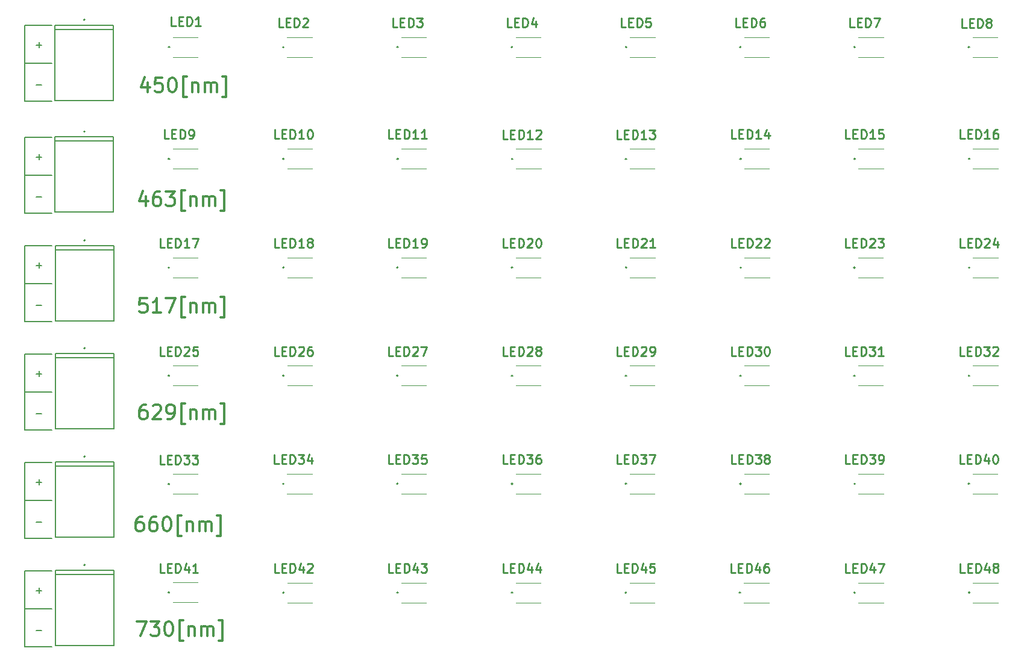
<source format=gbr>
%TF.GenerationSoftware,KiCad,Pcbnew,7.0.9*%
%TF.CreationDate,2023-12-10T21:52:56+01:00*%
%TF.ProjectId,Led Panel,4c656420-5061-46e6-956c-2e6b69636164,rev?*%
%TF.SameCoordinates,Original*%
%TF.FileFunction,Legend,Top*%
%TF.FilePolarity,Positive*%
%FSLAX46Y46*%
G04 Gerber Fmt 4.6, Leading zero omitted, Abs format (unit mm)*
G04 Created by KiCad (PCBNEW 7.0.9) date 2023-12-10 21:52:56*
%MOMM*%
%LPD*%
G01*
G04 APERTURE LIST*
%ADD10C,0.150000*%
%ADD11C,0.300000*%
%ADD12C,0.254000*%
%ADD13C,0.200000*%
%ADD14C,0.100000*%
%ADD15C,0.127000*%
G04 APERTURE END LIST*
D10*
X48768000Y-83820000D02*
X44958000Y-83820000D01*
X48768000Y-68580000D02*
X44958000Y-68580000D01*
X44958000Y-68580000D02*
X44958000Y-57912000D01*
X44958000Y-32258000D02*
X48768000Y-32258000D01*
X44958000Y-48006000D02*
X48768000Y-48006000D01*
X44958000Y-26924000D02*
X48768000Y-26924000D01*
X48768000Y-114300000D02*
X44958000Y-114300000D01*
X44958000Y-53340000D02*
X44958000Y-42672000D01*
X44958000Y-114300000D02*
X44958000Y-103632000D01*
X44958000Y-103632000D02*
X48768000Y-103632000D01*
X44958000Y-42672000D02*
X48768000Y-42672000D01*
X44958000Y-108966000D02*
X48768000Y-108966000D01*
X44958000Y-37592000D02*
X44958000Y-26924000D01*
X44958000Y-78486000D02*
X48768000Y-78486000D01*
X44958000Y-99060000D02*
X44958000Y-88392000D01*
X48768000Y-99060000D02*
X44958000Y-99060000D01*
X48768000Y-53340000D02*
X44958000Y-53340000D01*
X44958000Y-73152000D02*
X48768000Y-73152000D01*
X44958000Y-83820000D02*
X44958000Y-73152000D01*
X44958000Y-93726000D02*
X48768000Y-93726000D01*
X44958000Y-88392000D02*
X48768000Y-88392000D01*
X48768000Y-37592000D02*
X44958000Y-37592000D01*
X44958000Y-57912000D02*
X48768000Y-57912000D01*
X44958000Y-63246000D02*
X48768000Y-63246000D01*
D11*
X60681082Y-110769638D02*
X62014415Y-110769638D01*
X62014415Y-110769638D02*
X61157272Y-112769638D01*
X62585844Y-110769638D02*
X63823939Y-110769638D01*
X63823939Y-110769638D02*
X63157272Y-111531542D01*
X63157272Y-111531542D02*
X63442987Y-111531542D01*
X63442987Y-111531542D02*
X63633463Y-111626780D01*
X63633463Y-111626780D02*
X63728701Y-111722019D01*
X63728701Y-111722019D02*
X63823939Y-111912495D01*
X63823939Y-111912495D02*
X63823939Y-112388685D01*
X63823939Y-112388685D02*
X63728701Y-112579161D01*
X63728701Y-112579161D02*
X63633463Y-112674400D01*
X63633463Y-112674400D02*
X63442987Y-112769638D01*
X63442987Y-112769638D02*
X62871558Y-112769638D01*
X62871558Y-112769638D02*
X62681082Y-112674400D01*
X62681082Y-112674400D02*
X62585844Y-112579161D01*
X65062034Y-110769638D02*
X65252511Y-110769638D01*
X65252511Y-110769638D02*
X65442987Y-110864876D01*
X65442987Y-110864876D02*
X65538225Y-110960114D01*
X65538225Y-110960114D02*
X65633463Y-111150590D01*
X65633463Y-111150590D02*
X65728701Y-111531542D01*
X65728701Y-111531542D02*
X65728701Y-112007733D01*
X65728701Y-112007733D02*
X65633463Y-112388685D01*
X65633463Y-112388685D02*
X65538225Y-112579161D01*
X65538225Y-112579161D02*
X65442987Y-112674400D01*
X65442987Y-112674400D02*
X65252511Y-112769638D01*
X65252511Y-112769638D02*
X65062034Y-112769638D01*
X65062034Y-112769638D02*
X64871558Y-112674400D01*
X64871558Y-112674400D02*
X64776320Y-112579161D01*
X64776320Y-112579161D02*
X64681082Y-112388685D01*
X64681082Y-112388685D02*
X64585844Y-112007733D01*
X64585844Y-112007733D02*
X64585844Y-111531542D01*
X64585844Y-111531542D02*
X64681082Y-111150590D01*
X64681082Y-111150590D02*
X64776320Y-110960114D01*
X64776320Y-110960114D02*
X64871558Y-110864876D01*
X64871558Y-110864876D02*
X65062034Y-110769638D01*
X67157273Y-113436304D02*
X66681082Y-113436304D01*
X66681082Y-113436304D02*
X66681082Y-110579161D01*
X66681082Y-110579161D02*
X67157273Y-110579161D01*
X67919177Y-111436304D02*
X67919177Y-112769638D01*
X67919177Y-111626780D02*
X68014415Y-111531542D01*
X68014415Y-111531542D02*
X68204891Y-111436304D01*
X68204891Y-111436304D02*
X68490606Y-111436304D01*
X68490606Y-111436304D02*
X68681082Y-111531542D01*
X68681082Y-111531542D02*
X68776320Y-111722019D01*
X68776320Y-111722019D02*
X68776320Y-112769638D01*
X69728701Y-112769638D02*
X69728701Y-111436304D01*
X69728701Y-111626780D02*
X69823939Y-111531542D01*
X69823939Y-111531542D02*
X70014415Y-111436304D01*
X70014415Y-111436304D02*
X70300130Y-111436304D01*
X70300130Y-111436304D02*
X70490606Y-111531542D01*
X70490606Y-111531542D02*
X70585844Y-111722019D01*
X70585844Y-111722019D02*
X70585844Y-112769638D01*
X70585844Y-111722019D02*
X70681082Y-111531542D01*
X70681082Y-111531542D02*
X70871558Y-111436304D01*
X70871558Y-111436304D02*
X71157272Y-111436304D01*
X71157272Y-111436304D02*
X71347749Y-111531542D01*
X71347749Y-111531542D02*
X71442987Y-111722019D01*
X71442987Y-111722019D02*
X71442987Y-112769638D01*
X72204892Y-113436304D02*
X72681082Y-113436304D01*
X72681082Y-113436304D02*
X72681082Y-110579161D01*
X72681082Y-110579161D02*
X72204892Y-110579161D01*
X61474701Y-96037638D02*
X61093748Y-96037638D01*
X61093748Y-96037638D02*
X60903272Y-96132876D01*
X60903272Y-96132876D02*
X60808034Y-96228114D01*
X60808034Y-96228114D02*
X60617558Y-96513828D01*
X60617558Y-96513828D02*
X60522320Y-96894780D01*
X60522320Y-96894780D02*
X60522320Y-97656685D01*
X60522320Y-97656685D02*
X60617558Y-97847161D01*
X60617558Y-97847161D02*
X60712796Y-97942400D01*
X60712796Y-97942400D02*
X60903272Y-98037638D01*
X60903272Y-98037638D02*
X61284225Y-98037638D01*
X61284225Y-98037638D02*
X61474701Y-97942400D01*
X61474701Y-97942400D02*
X61569939Y-97847161D01*
X61569939Y-97847161D02*
X61665177Y-97656685D01*
X61665177Y-97656685D02*
X61665177Y-97180495D01*
X61665177Y-97180495D02*
X61569939Y-96990019D01*
X61569939Y-96990019D02*
X61474701Y-96894780D01*
X61474701Y-96894780D02*
X61284225Y-96799542D01*
X61284225Y-96799542D02*
X60903272Y-96799542D01*
X60903272Y-96799542D02*
X60712796Y-96894780D01*
X60712796Y-96894780D02*
X60617558Y-96990019D01*
X60617558Y-96990019D02*
X60522320Y-97180495D01*
X63379463Y-96037638D02*
X62998510Y-96037638D01*
X62998510Y-96037638D02*
X62808034Y-96132876D01*
X62808034Y-96132876D02*
X62712796Y-96228114D01*
X62712796Y-96228114D02*
X62522320Y-96513828D01*
X62522320Y-96513828D02*
X62427082Y-96894780D01*
X62427082Y-96894780D02*
X62427082Y-97656685D01*
X62427082Y-97656685D02*
X62522320Y-97847161D01*
X62522320Y-97847161D02*
X62617558Y-97942400D01*
X62617558Y-97942400D02*
X62808034Y-98037638D01*
X62808034Y-98037638D02*
X63188987Y-98037638D01*
X63188987Y-98037638D02*
X63379463Y-97942400D01*
X63379463Y-97942400D02*
X63474701Y-97847161D01*
X63474701Y-97847161D02*
X63569939Y-97656685D01*
X63569939Y-97656685D02*
X63569939Y-97180495D01*
X63569939Y-97180495D02*
X63474701Y-96990019D01*
X63474701Y-96990019D02*
X63379463Y-96894780D01*
X63379463Y-96894780D02*
X63188987Y-96799542D01*
X63188987Y-96799542D02*
X62808034Y-96799542D01*
X62808034Y-96799542D02*
X62617558Y-96894780D01*
X62617558Y-96894780D02*
X62522320Y-96990019D01*
X62522320Y-96990019D02*
X62427082Y-97180495D01*
X64808034Y-96037638D02*
X64998511Y-96037638D01*
X64998511Y-96037638D02*
X65188987Y-96132876D01*
X65188987Y-96132876D02*
X65284225Y-96228114D01*
X65284225Y-96228114D02*
X65379463Y-96418590D01*
X65379463Y-96418590D02*
X65474701Y-96799542D01*
X65474701Y-96799542D02*
X65474701Y-97275733D01*
X65474701Y-97275733D02*
X65379463Y-97656685D01*
X65379463Y-97656685D02*
X65284225Y-97847161D01*
X65284225Y-97847161D02*
X65188987Y-97942400D01*
X65188987Y-97942400D02*
X64998511Y-98037638D01*
X64998511Y-98037638D02*
X64808034Y-98037638D01*
X64808034Y-98037638D02*
X64617558Y-97942400D01*
X64617558Y-97942400D02*
X64522320Y-97847161D01*
X64522320Y-97847161D02*
X64427082Y-97656685D01*
X64427082Y-97656685D02*
X64331844Y-97275733D01*
X64331844Y-97275733D02*
X64331844Y-96799542D01*
X64331844Y-96799542D02*
X64427082Y-96418590D01*
X64427082Y-96418590D02*
X64522320Y-96228114D01*
X64522320Y-96228114D02*
X64617558Y-96132876D01*
X64617558Y-96132876D02*
X64808034Y-96037638D01*
X66903273Y-98704304D02*
X66427082Y-98704304D01*
X66427082Y-98704304D02*
X66427082Y-95847161D01*
X66427082Y-95847161D02*
X66903273Y-95847161D01*
X67665177Y-96704304D02*
X67665177Y-98037638D01*
X67665177Y-96894780D02*
X67760415Y-96799542D01*
X67760415Y-96799542D02*
X67950891Y-96704304D01*
X67950891Y-96704304D02*
X68236606Y-96704304D01*
X68236606Y-96704304D02*
X68427082Y-96799542D01*
X68427082Y-96799542D02*
X68522320Y-96990019D01*
X68522320Y-96990019D02*
X68522320Y-98037638D01*
X69474701Y-98037638D02*
X69474701Y-96704304D01*
X69474701Y-96894780D02*
X69569939Y-96799542D01*
X69569939Y-96799542D02*
X69760415Y-96704304D01*
X69760415Y-96704304D02*
X70046130Y-96704304D01*
X70046130Y-96704304D02*
X70236606Y-96799542D01*
X70236606Y-96799542D02*
X70331844Y-96990019D01*
X70331844Y-96990019D02*
X70331844Y-98037638D01*
X70331844Y-96990019D02*
X70427082Y-96799542D01*
X70427082Y-96799542D02*
X70617558Y-96704304D01*
X70617558Y-96704304D02*
X70903272Y-96704304D01*
X70903272Y-96704304D02*
X71093749Y-96799542D01*
X71093749Y-96799542D02*
X71188987Y-96990019D01*
X71188987Y-96990019D02*
X71188987Y-98037638D01*
X71950892Y-98704304D02*
X72427082Y-98704304D01*
X72427082Y-98704304D02*
X72427082Y-95847161D01*
X72427082Y-95847161D02*
X71950892Y-95847161D01*
X61982701Y-50984304D02*
X61982701Y-52317638D01*
X61506510Y-50222400D02*
X61030320Y-51650971D01*
X61030320Y-51650971D02*
X62268415Y-51650971D01*
X63887463Y-50317638D02*
X63506510Y-50317638D01*
X63506510Y-50317638D02*
X63316034Y-50412876D01*
X63316034Y-50412876D02*
X63220796Y-50508114D01*
X63220796Y-50508114D02*
X63030320Y-50793828D01*
X63030320Y-50793828D02*
X62935082Y-51174780D01*
X62935082Y-51174780D02*
X62935082Y-51936685D01*
X62935082Y-51936685D02*
X63030320Y-52127161D01*
X63030320Y-52127161D02*
X63125558Y-52222400D01*
X63125558Y-52222400D02*
X63316034Y-52317638D01*
X63316034Y-52317638D02*
X63696987Y-52317638D01*
X63696987Y-52317638D02*
X63887463Y-52222400D01*
X63887463Y-52222400D02*
X63982701Y-52127161D01*
X63982701Y-52127161D02*
X64077939Y-51936685D01*
X64077939Y-51936685D02*
X64077939Y-51460495D01*
X64077939Y-51460495D02*
X63982701Y-51270019D01*
X63982701Y-51270019D02*
X63887463Y-51174780D01*
X63887463Y-51174780D02*
X63696987Y-51079542D01*
X63696987Y-51079542D02*
X63316034Y-51079542D01*
X63316034Y-51079542D02*
X63125558Y-51174780D01*
X63125558Y-51174780D02*
X63030320Y-51270019D01*
X63030320Y-51270019D02*
X62935082Y-51460495D01*
X64744606Y-50317638D02*
X65982701Y-50317638D01*
X65982701Y-50317638D02*
X65316034Y-51079542D01*
X65316034Y-51079542D02*
X65601749Y-51079542D01*
X65601749Y-51079542D02*
X65792225Y-51174780D01*
X65792225Y-51174780D02*
X65887463Y-51270019D01*
X65887463Y-51270019D02*
X65982701Y-51460495D01*
X65982701Y-51460495D02*
X65982701Y-51936685D01*
X65982701Y-51936685D02*
X65887463Y-52127161D01*
X65887463Y-52127161D02*
X65792225Y-52222400D01*
X65792225Y-52222400D02*
X65601749Y-52317638D01*
X65601749Y-52317638D02*
X65030320Y-52317638D01*
X65030320Y-52317638D02*
X64839844Y-52222400D01*
X64839844Y-52222400D02*
X64744606Y-52127161D01*
X67411273Y-52984304D02*
X66935082Y-52984304D01*
X66935082Y-52984304D02*
X66935082Y-50127161D01*
X66935082Y-50127161D02*
X67411273Y-50127161D01*
X68173177Y-50984304D02*
X68173177Y-52317638D01*
X68173177Y-51174780D02*
X68268415Y-51079542D01*
X68268415Y-51079542D02*
X68458891Y-50984304D01*
X68458891Y-50984304D02*
X68744606Y-50984304D01*
X68744606Y-50984304D02*
X68935082Y-51079542D01*
X68935082Y-51079542D02*
X69030320Y-51270019D01*
X69030320Y-51270019D02*
X69030320Y-52317638D01*
X69982701Y-52317638D02*
X69982701Y-50984304D01*
X69982701Y-51174780D02*
X70077939Y-51079542D01*
X70077939Y-51079542D02*
X70268415Y-50984304D01*
X70268415Y-50984304D02*
X70554130Y-50984304D01*
X70554130Y-50984304D02*
X70744606Y-51079542D01*
X70744606Y-51079542D02*
X70839844Y-51270019D01*
X70839844Y-51270019D02*
X70839844Y-52317638D01*
X70839844Y-51270019D02*
X70935082Y-51079542D01*
X70935082Y-51079542D02*
X71125558Y-50984304D01*
X71125558Y-50984304D02*
X71411272Y-50984304D01*
X71411272Y-50984304D02*
X71601749Y-51079542D01*
X71601749Y-51079542D02*
X71696987Y-51270019D01*
X71696987Y-51270019D02*
X71696987Y-52317638D01*
X72458892Y-52984304D02*
X72935082Y-52984304D01*
X72935082Y-52984304D02*
X72935082Y-50127161D01*
X72935082Y-50127161D02*
X72458892Y-50127161D01*
X62077939Y-65303638D02*
X61125558Y-65303638D01*
X61125558Y-65303638D02*
X61030320Y-66256019D01*
X61030320Y-66256019D02*
X61125558Y-66160780D01*
X61125558Y-66160780D02*
X61316034Y-66065542D01*
X61316034Y-66065542D02*
X61792225Y-66065542D01*
X61792225Y-66065542D02*
X61982701Y-66160780D01*
X61982701Y-66160780D02*
X62077939Y-66256019D01*
X62077939Y-66256019D02*
X62173177Y-66446495D01*
X62173177Y-66446495D02*
X62173177Y-66922685D01*
X62173177Y-66922685D02*
X62077939Y-67113161D01*
X62077939Y-67113161D02*
X61982701Y-67208400D01*
X61982701Y-67208400D02*
X61792225Y-67303638D01*
X61792225Y-67303638D02*
X61316034Y-67303638D01*
X61316034Y-67303638D02*
X61125558Y-67208400D01*
X61125558Y-67208400D02*
X61030320Y-67113161D01*
X64077939Y-67303638D02*
X62935082Y-67303638D01*
X63506510Y-67303638D02*
X63506510Y-65303638D01*
X63506510Y-65303638D02*
X63316034Y-65589352D01*
X63316034Y-65589352D02*
X63125558Y-65779828D01*
X63125558Y-65779828D02*
X62935082Y-65875066D01*
X64744606Y-65303638D02*
X66077939Y-65303638D01*
X66077939Y-65303638D02*
X65220796Y-67303638D01*
X67411273Y-67970304D02*
X66935082Y-67970304D01*
X66935082Y-67970304D02*
X66935082Y-65113161D01*
X66935082Y-65113161D02*
X67411273Y-65113161D01*
X68173177Y-65970304D02*
X68173177Y-67303638D01*
X68173177Y-66160780D02*
X68268415Y-66065542D01*
X68268415Y-66065542D02*
X68458891Y-65970304D01*
X68458891Y-65970304D02*
X68744606Y-65970304D01*
X68744606Y-65970304D02*
X68935082Y-66065542D01*
X68935082Y-66065542D02*
X69030320Y-66256019D01*
X69030320Y-66256019D02*
X69030320Y-67303638D01*
X69982701Y-67303638D02*
X69982701Y-65970304D01*
X69982701Y-66160780D02*
X70077939Y-66065542D01*
X70077939Y-66065542D02*
X70268415Y-65970304D01*
X70268415Y-65970304D02*
X70554130Y-65970304D01*
X70554130Y-65970304D02*
X70744606Y-66065542D01*
X70744606Y-66065542D02*
X70839844Y-66256019D01*
X70839844Y-66256019D02*
X70839844Y-67303638D01*
X70839844Y-66256019D02*
X70935082Y-66065542D01*
X70935082Y-66065542D02*
X71125558Y-65970304D01*
X71125558Y-65970304D02*
X71411272Y-65970304D01*
X71411272Y-65970304D02*
X71601749Y-66065542D01*
X71601749Y-66065542D02*
X71696987Y-66256019D01*
X71696987Y-66256019D02*
X71696987Y-67303638D01*
X72458892Y-67970304D02*
X72935082Y-67970304D01*
X72935082Y-67970304D02*
X72935082Y-65113161D01*
X72935082Y-65113161D02*
X72458892Y-65113161D01*
D10*
X46564779Y-51050866D02*
X47326684Y-51050866D01*
X46564779Y-29714866D02*
X47326684Y-29714866D01*
X46945731Y-30095819D02*
X46945731Y-29333914D01*
X46564779Y-66290866D02*
X47326684Y-66290866D01*
X46564779Y-45462866D02*
X47326684Y-45462866D01*
X46945731Y-45843819D02*
X46945731Y-45081914D01*
X46564779Y-81530866D02*
X47326684Y-81530866D01*
D11*
X61982701Y-80289638D02*
X61601748Y-80289638D01*
X61601748Y-80289638D02*
X61411272Y-80384876D01*
X61411272Y-80384876D02*
X61316034Y-80480114D01*
X61316034Y-80480114D02*
X61125558Y-80765828D01*
X61125558Y-80765828D02*
X61030320Y-81146780D01*
X61030320Y-81146780D02*
X61030320Y-81908685D01*
X61030320Y-81908685D02*
X61125558Y-82099161D01*
X61125558Y-82099161D02*
X61220796Y-82194400D01*
X61220796Y-82194400D02*
X61411272Y-82289638D01*
X61411272Y-82289638D02*
X61792225Y-82289638D01*
X61792225Y-82289638D02*
X61982701Y-82194400D01*
X61982701Y-82194400D02*
X62077939Y-82099161D01*
X62077939Y-82099161D02*
X62173177Y-81908685D01*
X62173177Y-81908685D02*
X62173177Y-81432495D01*
X62173177Y-81432495D02*
X62077939Y-81242019D01*
X62077939Y-81242019D02*
X61982701Y-81146780D01*
X61982701Y-81146780D02*
X61792225Y-81051542D01*
X61792225Y-81051542D02*
X61411272Y-81051542D01*
X61411272Y-81051542D02*
X61220796Y-81146780D01*
X61220796Y-81146780D02*
X61125558Y-81242019D01*
X61125558Y-81242019D02*
X61030320Y-81432495D01*
X62935082Y-80480114D02*
X63030320Y-80384876D01*
X63030320Y-80384876D02*
X63220796Y-80289638D01*
X63220796Y-80289638D02*
X63696987Y-80289638D01*
X63696987Y-80289638D02*
X63887463Y-80384876D01*
X63887463Y-80384876D02*
X63982701Y-80480114D01*
X63982701Y-80480114D02*
X64077939Y-80670590D01*
X64077939Y-80670590D02*
X64077939Y-80861066D01*
X64077939Y-80861066D02*
X63982701Y-81146780D01*
X63982701Y-81146780D02*
X62839844Y-82289638D01*
X62839844Y-82289638D02*
X64077939Y-82289638D01*
X65030320Y-82289638D02*
X65411272Y-82289638D01*
X65411272Y-82289638D02*
X65601749Y-82194400D01*
X65601749Y-82194400D02*
X65696987Y-82099161D01*
X65696987Y-82099161D02*
X65887463Y-81813447D01*
X65887463Y-81813447D02*
X65982701Y-81432495D01*
X65982701Y-81432495D02*
X65982701Y-80670590D01*
X65982701Y-80670590D02*
X65887463Y-80480114D01*
X65887463Y-80480114D02*
X65792225Y-80384876D01*
X65792225Y-80384876D02*
X65601749Y-80289638D01*
X65601749Y-80289638D02*
X65220796Y-80289638D01*
X65220796Y-80289638D02*
X65030320Y-80384876D01*
X65030320Y-80384876D02*
X64935082Y-80480114D01*
X64935082Y-80480114D02*
X64839844Y-80670590D01*
X64839844Y-80670590D02*
X64839844Y-81146780D01*
X64839844Y-81146780D02*
X64935082Y-81337257D01*
X64935082Y-81337257D02*
X65030320Y-81432495D01*
X65030320Y-81432495D02*
X65220796Y-81527733D01*
X65220796Y-81527733D02*
X65601749Y-81527733D01*
X65601749Y-81527733D02*
X65792225Y-81432495D01*
X65792225Y-81432495D02*
X65887463Y-81337257D01*
X65887463Y-81337257D02*
X65982701Y-81146780D01*
X67411273Y-82956304D02*
X66935082Y-82956304D01*
X66935082Y-82956304D02*
X66935082Y-80099161D01*
X66935082Y-80099161D02*
X67411273Y-80099161D01*
X68173177Y-80956304D02*
X68173177Y-82289638D01*
X68173177Y-81146780D02*
X68268415Y-81051542D01*
X68268415Y-81051542D02*
X68458891Y-80956304D01*
X68458891Y-80956304D02*
X68744606Y-80956304D01*
X68744606Y-80956304D02*
X68935082Y-81051542D01*
X68935082Y-81051542D02*
X69030320Y-81242019D01*
X69030320Y-81242019D02*
X69030320Y-82289638D01*
X69982701Y-82289638D02*
X69982701Y-80956304D01*
X69982701Y-81146780D02*
X70077939Y-81051542D01*
X70077939Y-81051542D02*
X70268415Y-80956304D01*
X70268415Y-80956304D02*
X70554130Y-80956304D01*
X70554130Y-80956304D02*
X70744606Y-81051542D01*
X70744606Y-81051542D02*
X70839844Y-81242019D01*
X70839844Y-81242019D02*
X70839844Y-82289638D01*
X70839844Y-81242019D02*
X70935082Y-81051542D01*
X70935082Y-81051542D02*
X71125558Y-80956304D01*
X71125558Y-80956304D02*
X71411272Y-80956304D01*
X71411272Y-80956304D02*
X71601749Y-81051542D01*
X71601749Y-81051542D02*
X71696987Y-81242019D01*
X71696987Y-81242019D02*
X71696987Y-82289638D01*
X72458892Y-82956304D02*
X72935082Y-82956304D01*
X72935082Y-82956304D02*
X72935082Y-80099161D01*
X72935082Y-80099161D02*
X72458892Y-80099161D01*
D10*
X46564779Y-35302866D02*
X47326684Y-35302866D01*
X46564779Y-96770866D02*
X47326684Y-96770866D01*
X46564779Y-60702866D02*
X47326684Y-60702866D01*
X46945731Y-61083819D02*
X46945731Y-60321914D01*
X46564779Y-91182866D02*
X47326684Y-91182866D01*
X46945731Y-91563819D02*
X46945731Y-90801914D01*
X46564779Y-75942866D02*
X47326684Y-75942866D01*
X46945731Y-76323819D02*
X46945731Y-75561914D01*
D11*
X62236701Y-34982304D02*
X62236701Y-36315638D01*
X61760510Y-34220400D02*
X61284320Y-35648971D01*
X61284320Y-35648971D02*
X62522415Y-35648971D01*
X64236701Y-34315638D02*
X63284320Y-34315638D01*
X63284320Y-34315638D02*
X63189082Y-35268019D01*
X63189082Y-35268019D02*
X63284320Y-35172780D01*
X63284320Y-35172780D02*
X63474796Y-35077542D01*
X63474796Y-35077542D02*
X63950987Y-35077542D01*
X63950987Y-35077542D02*
X64141463Y-35172780D01*
X64141463Y-35172780D02*
X64236701Y-35268019D01*
X64236701Y-35268019D02*
X64331939Y-35458495D01*
X64331939Y-35458495D02*
X64331939Y-35934685D01*
X64331939Y-35934685D02*
X64236701Y-36125161D01*
X64236701Y-36125161D02*
X64141463Y-36220400D01*
X64141463Y-36220400D02*
X63950987Y-36315638D01*
X63950987Y-36315638D02*
X63474796Y-36315638D01*
X63474796Y-36315638D02*
X63284320Y-36220400D01*
X63284320Y-36220400D02*
X63189082Y-36125161D01*
X65570034Y-34315638D02*
X65760511Y-34315638D01*
X65760511Y-34315638D02*
X65950987Y-34410876D01*
X65950987Y-34410876D02*
X66046225Y-34506114D01*
X66046225Y-34506114D02*
X66141463Y-34696590D01*
X66141463Y-34696590D02*
X66236701Y-35077542D01*
X66236701Y-35077542D02*
X66236701Y-35553733D01*
X66236701Y-35553733D02*
X66141463Y-35934685D01*
X66141463Y-35934685D02*
X66046225Y-36125161D01*
X66046225Y-36125161D02*
X65950987Y-36220400D01*
X65950987Y-36220400D02*
X65760511Y-36315638D01*
X65760511Y-36315638D02*
X65570034Y-36315638D01*
X65570034Y-36315638D02*
X65379558Y-36220400D01*
X65379558Y-36220400D02*
X65284320Y-36125161D01*
X65284320Y-36125161D02*
X65189082Y-35934685D01*
X65189082Y-35934685D02*
X65093844Y-35553733D01*
X65093844Y-35553733D02*
X65093844Y-35077542D01*
X65093844Y-35077542D02*
X65189082Y-34696590D01*
X65189082Y-34696590D02*
X65284320Y-34506114D01*
X65284320Y-34506114D02*
X65379558Y-34410876D01*
X65379558Y-34410876D02*
X65570034Y-34315638D01*
X67665273Y-36982304D02*
X67189082Y-36982304D01*
X67189082Y-36982304D02*
X67189082Y-34125161D01*
X67189082Y-34125161D02*
X67665273Y-34125161D01*
X68427177Y-34982304D02*
X68427177Y-36315638D01*
X68427177Y-35172780D02*
X68522415Y-35077542D01*
X68522415Y-35077542D02*
X68712891Y-34982304D01*
X68712891Y-34982304D02*
X68998606Y-34982304D01*
X68998606Y-34982304D02*
X69189082Y-35077542D01*
X69189082Y-35077542D02*
X69284320Y-35268019D01*
X69284320Y-35268019D02*
X69284320Y-36315638D01*
X70236701Y-36315638D02*
X70236701Y-34982304D01*
X70236701Y-35172780D02*
X70331939Y-35077542D01*
X70331939Y-35077542D02*
X70522415Y-34982304D01*
X70522415Y-34982304D02*
X70808130Y-34982304D01*
X70808130Y-34982304D02*
X70998606Y-35077542D01*
X70998606Y-35077542D02*
X71093844Y-35268019D01*
X71093844Y-35268019D02*
X71093844Y-36315638D01*
X71093844Y-35268019D02*
X71189082Y-35077542D01*
X71189082Y-35077542D02*
X71379558Y-34982304D01*
X71379558Y-34982304D02*
X71665272Y-34982304D01*
X71665272Y-34982304D02*
X71855749Y-35077542D01*
X71855749Y-35077542D02*
X71950987Y-35268019D01*
X71950987Y-35268019D02*
X71950987Y-36315638D01*
X72712892Y-36982304D02*
X73189082Y-36982304D01*
X73189082Y-36982304D02*
X73189082Y-34125161D01*
X73189082Y-34125161D02*
X72712892Y-34125161D01*
D10*
X46564779Y-106422866D02*
X47326684Y-106422866D01*
X46945731Y-106803819D02*
X46945731Y-106041914D01*
X46564779Y-112010866D02*
X47326684Y-112010866D01*
D12*
X176974047Y-103874318D02*
X176369285Y-103874318D01*
X176369285Y-103874318D02*
X176369285Y-102604318D01*
X177397380Y-103209080D02*
X177820714Y-103209080D01*
X178002142Y-103874318D02*
X177397380Y-103874318D01*
X177397380Y-103874318D02*
X177397380Y-102604318D01*
X177397380Y-102604318D02*
X178002142Y-102604318D01*
X178546428Y-103874318D02*
X178546428Y-102604318D01*
X178546428Y-102604318D02*
X178848809Y-102604318D01*
X178848809Y-102604318D02*
X179030238Y-102664794D01*
X179030238Y-102664794D02*
X179151190Y-102785746D01*
X179151190Y-102785746D02*
X179211667Y-102906699D01*
X179211667Y-102906699D02*
X179272143Y-103148603D01*
X179272143Y-103148603D02*
X179272143Y-103330032D01*
X179272143Y-103330032D02*
X179211667Y-103571937D01*
X179211667Y-103571937D02*
X179151190Y-103692889D01*
X179151190Y-103692889D02*
X179030238Y-103813842D01*
X179030238Y-103813842D02*
X178848809Y-103874318D01*
X178848809Y-103874318D02*
X178546428Y-103874318D01*
X180360714Y-103027651D02*
X180360714Y-103874318D01*
X180058333Y-102543842D02*
X179755952Y-103450984D01*
X179755952Y-103450984D02*
X180542143Y-103450984D01*
X181207381Y-103148603D02*
X181086429Y-103088127D01*
X181086429Y-103088127D02*
X181025952Y-103027651D01*
X181025952Y-103027651D02*
X180965476Y-102906699D01*
X180965476Y-102906699D02*
X180965476Y-102846222D01*
X180965476Y-102846222D02*
X181025952Y-102725270D01*
X181025952Y-102725270D02*
X181086429Y-102664794D01*
X181086429Y-102664794D02*
X181207381Y-102604318D01*
X181207381Y-102604318D02*
X181449286Y-102604318D01*
X181449286Y-102604318D02*
X181570238Y-102664794D01*
X181570238Y-102664794D02*
X181630714Y-102725270D01*
X181630714Y-102725270D02*
X181691191Y-102846222D01*
X181691191Y-102846222D02*
X181691191Y-102906699D01*
X181691191Y-102906699D02*
X181630714Y-103027651D01*
X181630714Y-103027651D02*
X181570238Y-103088127D01*
X181570238Y-103088127D02*
X181449286Y-103148603D01*
X181449286Y-103148603D02*
X181207381Y-103148603D01*
X181207381Y-103148603D02*
X181086429Y-103209080D01*
X181086429Y-103209080D02*
X181025952Y-103269556D01*
X181025952Y-103269556D02*
X180965476Y-103390508D01*
X180965476Y-103390508D02*
X180965476Y-103632413D01*
X180965476Y-103632413D02*
X181025952Y-103753365D01*
X181025952Y-103753365D02*
X181086429Y-103813842D01*
X181086429Y-103813842D02*
X181207381Y-103874318D01*
X181207381Y-103874318D02*
X181449286Y-103874318D01*
X181449286Y-103874318D02*
X181570238Y-103813842D01*
X181570238Y-103813842D02*
X181630714Y-103753365D01*
X181630714Y-103753365D02*
X181691191Y-103632413D01*
X181691191Y-103632413D02*
X181691191Y-103390508D01*
X181691191Y-103390508D02*
X181630714Y-103269556D01*
X181630714Y-103269556D02*
X181570238Y-103209080D01*
X181570238Y-103209080D02*
X181449286Y-103148603D01*
X160874047Y-103874318D02*
X160269285Y-103874318D01*
X160269285Y-103874318D02*
X160269285Y-102604318D01*
X161297380Y-103209080D02*
X161720714Y-103209080D01*
X161902142Y-103874318D02*
X161297380Y-103874318D01*
X161297380Y-103874318D02*
X161297380Y-102604318D01*
X161297380Y-102604318D02*
X161902142Y-102604318D01*
X162446428Y-103874318D02*
X162446428Y-102604318D01*
X162446428Y-102604318D02*
X162748809Y-102604318D01*
X162748809Y-102604318D02*
X162930238Y-102664794D01*
X162930238Y-102664794D02*
X163051190Y-102785746D01*
X163051190Y-102785746D02*
X163111667Y-102906699D01*
X163111667Y-102906699D02*
X163172143Y-103148603D01*
X163172143Y-103148603D02*
X163172143Y-103330032D01*
X163172143Y-103330032D02*
X163111667Y-103571937D01*
X163111667Y-103571937D02*
X163051190Y-103692889D01*
X163051190Y-103692889D02*
X162930238Y-103813842D01*
X162930238Y-103813842D02*
X162748809Y-103874318D01*
X162748809Y-103874318D02*
X162446428Y-103874318D01*
X164260714Y-103027651D02*
X164260714Y-103874318D01*
X163958333Y-102543842D02*
X163655952Y-103450984D01*
X163655952Y-103450984D02*
X164442143Y-103450984D01*
X164805000Y-102604318D02*
X165651667Y-102604318D01*
X165651667Y-102604318D02*
X165107381Y-103874318D01*
X144774047Y-103874318D02*
X144169285Y-103874318D01*
X144169285Y-103874318D02*
X144169285Y-102604318D01*
X145197380Y-103209080D02*
X145620714Y-103209080D01*
X145802142Y-103874318D02*
X145197380Y-103874318D01*
X145197380Y-103874318D02*
X145197380Y-102604318D01*
X145197380Y-102604318D02*
X145802142Y-102604318D01*
X146346428Y-103874318D02*
X146346428Y-102604318D01*
X146346428Y-102604318D02*
X146648809Y-102604318D01*
X146648809Y-102604318D02*
X146830238Y-102664794D01*
X146830238Y-102664794D02*
X146951190Y-102785746D01*
X146951190Y-102785746D02*
X147011667Y-102906699D01*
X147011667Y-102906699D02*
X147072143Y-103148603D01*
X147072143Y-103148603D02*
X147072143Y-103330032D01*
X147072143Y-103330032D02*
X147011667Y-103571937D01*
X147011667Y-103571937D02*
X146951190Y-103692889D01*
X146951190Y-103692889D02*
X146830238Y-103813842D01*
X146830238Y-103813842D02*
X146648809Y-103874318D01*
X146648809Y-103874318D02*
X146346428Y-103874318D01*
X148160714Y-103027651D02*
X148160714Y-103874318D01*
X147858333Y-102543842D02*
X147555952Y-103450984D01*
X147555952Y-103450984D02*
X148342143Y-103450984D01*
X149370238Y-102604318D02*
X149128333Y-102604318D01*
X149128333Y-102604318D02*
X149007381Y-102664794D01*
X149007381Y-102664794D02*
X148946905Y-102725270D01*
X148946905Y-102725270D02*
X148825952Y-102906699D01*
X148825952Y-102906699D02*
X148765476Y-103148603D01*
X148765476Y-103148603D02*
X148765476Y-103632413D01*
X148765476Y-103632413D02*
X148825952Y-103753365D01*
X148825952Y-103753365D02*
X148886429Y-103813842D01*
X148886429Y-103813842D02*
X149007381Y-103874318D01*
X149007381Y-103874318D02*
X149249286Y-103874318D01*
X149249286Y-103874318D02*
X149370238Y-103813842D01*
X149370238Y-103813842D02*
X149430714Y-103753365D01*
X149430714Y-103753365D02*
X149491191Y-103632413D01*
X149491191Y-103632413D02*
X149491191Y-103330032D01*
X149491191Y-103330032D02*
X149430714Y-103209080D01*
X149430714Y-103209080D02*
X149370238Y-103148603D01*
X149370238Y-103148603D02*
X149249286Y-103088127D01*
X149249286Y-103088127D02*
X149007381Y-103088127D01*
X149007381Y-103088127D02*
X148886429Y-103148603D01*
X148886429Y-103148603D02*
X148825952Y-103209080D01*
X148825952Y-103209080D02*
X148765476Y-103330032D01*
X128724047Y-103874318D02*
X128119285Y-103874318D01*
X128119285Y-103874318D02*
X128119285Y-102604318D01*
X129147380Y-103209080D02*
X129570714Y-103209080D01*
X129752142Y-103874318D02*
X129147380Y-103874318D01*
X129147380Y-103874318D02*
X129147380Y-102604318D01*
X129147380Y-102604318D02*
X129752142Y-102604318D01*
X130296428Y-103874318D02*
X130296428Y-102604318D01*
X130296428Y-102604318D02*
X130598809Y-102604318D01*
X130598809Y-102604318D02*
X130780238Y-102664794D01*
X130780238Y-102664794D02*
X130901190Y-102785746D01*
X130901190Y-102785746D02*
X130961667Y-102906699D01*
X130961667Y-102906699D02*
X131022143Y-103148603D01*
X131022143Y-103148603D02*
X131022143Y-103330032D01*
X131022143Y-103330032D02*
X130961667Y-103571937D01*
X130961667Y-103571937D02*
X130901190Y-103692889D01*
X130901190Y-103692889D02*
X130780238Y-103813842D01*
X130780238Y-103813842D02*
X130598809Y-103874318D01*
X130598809Y-103874318D02*
X130296428Y-103874318D01*
X132110714Y-103027651D02*
X132110714Y-103874318D01*
X131808333Y-102543842D02*
X131505952Y-103450984D01*
X131505952Y-103450984D02*
X132292143Y-103450984D01*
X133380714Y-102604318D02*
X132775952Y-102604318D01*
X132775952Y-102604318D02*
X132715476Y-103209080D01*
X132715476Y-103209080D02*
X132775952Y-103148603D01*
X132775952Y-103148603D02*
X132896905Y-103088127D01*
X132896905Y-103088127D02*
X133199286Y-103088127D01*
X133199286Y-103088127D02*
X133320238Y-103148603D01*
X133320238Y-103148603D02*
X133380714Y-103209080D01*
X133380714Y-103209080D02*
X133441191Y-103330032D01*
X133441191Y-103330032D02*
X133441191Y-103632413D01*
X133441191Y-103632413D02*
X133380714Y-103753365D01*
X133380714Y-103753365D02*
X133320238Y-103813842D01*
X133320238Y-103813842D02*
X133199286Y-103874318D01*
X133199286Y-103874318D02*
X132896905Y-103874318D01*
X132896905Y-103874318D02*
X132775952Y-103813842D01*
X132775952Y-103813842D02*
X132715476Y-103753365D01*
X112749047Y-103874318D02*
X112144285Y-103874318D01*
X112144285Y-103874318D02*
X112144285Y-102604318D01*
X113172380Y-103209080D02*
X113595714Y-103209080D01*
X113777142Y-103874318D02*
X113172380Y-103874318D01*
X113172380Y-103874318D02*
X113172380Y-102604318D01*
X113172380Y-102604318D02*
X113777142Y-102604318D01*
X114321428Y-103874318D02*
X114321428Y-102604318D01*
X114321428Y-102604318D02*
X114623809Y-102604318D01*
X114623809Y-102604318D02*
X114805238Y-102664794D01*
X114805238Y-102664794D02*
X114926190Y-102785746D01*
X114926190Y-102785746D02*
X114986667Y-102906699D01*
X114986667Y-102906699D02*
X115047143Y-103148603D01*
X115047143Y-103148603D02*
X115047143Y-103330032D01*
X115047143Y-103330032D02*
X114986667Y-103571937D01*
X114986667Y-103571937D02*
X114926190Y-103692889D01*
X114926190Y-103692889D02*
X114805238Y-103813842D01*
X114805238Y-103813842D02*
X114623809Y-103874318D01*
X114623809Y-103874318D02*
X114321428Y-103874318D01*
X116135714Y-103027651D02*
X116135714Y-103874318D01*
X115833333Y-102543842D02*
X115530952Y-103450984D01*
X115530952Y-103450984D02*
X116317143Y-103450984D01*
X117345238Y-103027651D02*
X117345238Y-103874318D01*
X117042857Y-102543842D02*
X116740476Y-103450984D01*
X116740476Y-103450984D02*
X117526667Y-103450984D01*
X96674047Y-103874318D02*
X96069285Y-103874318D01*
X96069285Y-103874318D02*
X96069285Y-102604318D01*
X97097380Y-103209080D02*
X97520714Y-103209080D01*
X97702142Y-103874318D02*
X97097380Y-103874318D01*
X97097380Y-103874318D02*
X97097380Y-102604318D01*
X97097380Y-102604318D02*
X97702142Y-102604318D01*
X98246428Y-103874318D02*
X98246428Y-102604318D01*
X98246428Y-102604318D02*
X98548809Y-102604318D01*
X98548809Y-102604318D02*
X98730238Y-102664794D01*
X98730238Y-102664794D02*
X98851190Y-102785746D01*
X98851190Y-102785746D02*
X98911667Y-102906699D01*
X98911667Y-102906699D02*
X98972143Y-103148603D01*
X98972143Y-103148603D02*
X98972143Y-103330032D01*
X98972143Y-103330032D02*
X98911667Y-103571937D01*
X98911667Y-103571937D02*
X98851190Y-103692889D01*
X98851190Y-103692889D02*
X98730238Y-103813842D01*
X98730238Y-103813842D02*
X98548809Y-103874318D01*
X98548809Y-103874318D02*
X98246428Y-103874318D01*
X100060714Y-103027651D02*
X100060714Y-103874318D01*
X99758333Y-102543842D02*
X99455952Y-103450984D01*
X99455952Y-103450984D02*
X100242143Y-103450984D01*
X100605000Y-102604318D02*
X101391191Y-102604318D01*
X101391191Y-102604318D02*
X100967857Y-103088127D01*
X100967857Y-103088127D02*
X101149286Y-103088127D01*
X101149286Y-103088127D02*
X101270238Y-103148603D01*
X101270238Y-103148603D02*
X101330714Y-103209080D01*
X101330714Y-103209080D02*
X101391191Y-103330032D01*
X101391191Y-103330032D02*
X101391191Y-103632413D01*
X101391191Y-103632413D02*
X101330714Y-103753365D01*
X101330714Y-103753365D02*
X101270238Y-103813842D01*
X101270238Y-103813842D02*
X101149286Y-103874318D01*
X101149286Y-103874318D02*
X100786429Y-103874318D01*
X100786429Y-103874318D02*
X100665476Y-103813842D01*
X100665476Y-103813842D02*
X100605000Y-103753365D01*
X80649047Y-103874318D02*
X80044285Y-103874318D01*
X80044285Y-103874318D02*
X80044285Y-102604318D01*
X81072380Y-103209080D02*
X81495714Y-103209080D01*
X81677142Y-103874318D02*
X81072380Y-103874318D01*
X81072380Y-103874318D02*
X81072380Y-102604318D01*
X81072380Y-102604318D02*
X81677142Y-102604318D01*
X82221428Y-103874318D02*
X82221428Y-102604318D01*
X82221428Y-102604318D02*
X82523809Y-102604318D01*
X82523809Y-102604318D02*
X82705238Y-102664794D01*
X82705238Y-102664794D02*
X82826190Y-102785746D01*
X82826190Y-102785746D02*
X82886667Y-102906699D01*
X82886667Y-102906699D02*
X82947143Y-103148603D01*
X82947143Y-103148603D02*
X82947143Y-103330032D01*
X82947143Y-103330032D02*
X82886667Y-103571937D01*
X82886667Y-103571937D02*
X82826190Y-103692889D01*
X82826190Y-103692889D02*
X82705238Y-103813842D01*
X82705238Y-103813842D02*
X82523809Y-103874318D01*
X82523809Y-103874318D02*
X82221428Y-103874318D01*
X84035714Y-103027651D02*
X84035714Y-103874318D01*
X83733333Y-102543842D02*
X83430952Y-103450984D01*
X83430952Y-103450984D02*
X84217143Y-103450984D01*
X84640476Y-102725270D02*
X84700952Y-102664794D01*
X84700952Y-102664794D02*
X84821905Y-102604318D01*
X84821905Y-102604318D02*
X85124286Y-102604318D01*
X85124286Y-102604318D02*
X85245238Y-102664794D01*
X85245238Y-102664794D02*
X85305714Y-102725270D01*
X85305714Y-102725270D02*
X85366191Y-102846222D01*
X85366191Y-102846222D02*
X85366191Y-102967175D01*
X85366191Y-102967175D02*
X85305714Y-103148603D01*
X85305714Y-103148603D02*
X84580000Y-103874318D01*
X84580000Y-103874318D02*
X85366191Y-103874318D01*
X64549047Y-103854318D02*
X63944285Y-103854318D01*
X63944285Y-103854318D02*
X63944285Y-102584318D01*
X64972380Y-103189080D02*
X65395714Y-103189080D01*
X65577142Y-103854318D02*
X64972380Y-103854318D01*
X64972380Y-103854318D02*
X64972380Y-102584318D01*
X64972380Y-102584318D02*
X65577142Y-102584318D01*
X66121428Y-103854318D02*
X66121428Y-102584318D01*
X66121428Y-102584318D02*
X66423809Y-102584318D01*
X66423809Y-102584318D02*
X66605238Y-102644794D01*
X66605238Y-102644794D02*
X66726190Y-102765746D01*
X66726190Y-102765746D02*
X66786667Y-102886699D01*
X66786667Y-102886699D02*
X66847143Y-103128603D01*
X66847143Y-103128603D02*
X66847143Y-103310032D01*
X66847143Y-103310032D02*
X66786667Y-103551937D01*
X66786667Y-103551937D02*
X66726190Y-103672889D01*
X66726190Y-103672889D02*
X66605238Y-103793842D01*
X66605238Y-103793842D02*
X66423809Y-103854318D01*
X66423809Y-103854318D02*
X66121428Y-103854318D01*
X67935714Y-103007651D02*
X67935714Y-103854318D01*
X67633333Y-102523842D02*
X67330952Y-103430984D01*
X67330952Y-103430984D02*
X68117143Y-103430984D01*
X69266191Y-103854318D02*
X68540476Y-103854318D01*
X68903333Y-103854318D02*
X68903333Y-102584318D01*
X68903333Y-102584318D02*
X68782381Y-102765746D01*
X68782381Y-102765746D02*
X68661429Y-102886699D01*
X68661429Y-102886699D02*
X68540476Y-102947175D01*
X176924047Y-88574318D02*
X176319285Y-88574318D01*
X176319285Y-88574318D02*
X176319285Y-87304318D01*
X177347380Y-87909080D02*
X177770714Y-87909080D01*
X177952142Y-88574318D02*
X177347380Y-88574318D01*
X177347380Y-88574318D02*
X177347380Y-87304318D01*
X177347380Y-87304318D02*
X177952142Y-87304318D01*
X178496428Y-88574318D02*
X178496428Y-87304318D01*
X178496428Y-87304318D02*
X178798809Y-87304318D01*
X178798809Y-87304318D02*
X178980238Y-87364794D01*
X178980238Y-87364794D02*
X179101190Y-87485746D01*
X179101190Y-87485746D02*
X179161667Y-87606699D01*
X179161667Y-87606699D02*
X179222143Y-87848603D01*
X179222143Y-87848603D02*
X179222143Y-88030032D01*
X179222143Y-88030032D02*
X179161667Y-88271937D01*
X179161667Y-88271937D02*
X179101190Y-88392889D01*
X179101190Y-88392889D02*
X178980238Y-88513842D01*
X178980238Y-88513842D02*
X178798809Y-88574318D01*
X178798809Y-88574318D02*
X178496428Y-88574318D01*
X180310714Y-87727651D02*
X180310714Y-88574318D01*
X180008333Y-87243842D02*
X179705952Y-88150984D01*
X179705952Y-88150984D02*
X180492143Y-88150984D01*
X181217857Y-87304318D02*
X181338810Y-87304318D01*
X181338810Y-87304318D02*
X181459762Y-87364794D01*
X181459762Y-87364794D02*
X181520238Y-87425270D01*
X181520238Y-87425270D02*
X181580714Y-87546222D01*
X181580714Y-87546222D02*
X181641191Y-87788127D01*
X181641191Y-87788127D02*
X181641191Y-88090508D01*
X181641191Y-88090508D02*
X181580714Y-88332413D01*
X181580714Y-88332413D02*
X181520238Y-88453365D01*
X181520238Y-88453365D02*
X181459762Y-88513842D01*
X181459762Y-88513842D02*
X181338810Y-88574318D01*
X181338810Y-88574318D02*
X181217857Y-88574318D01*
X181217857Y-88574318D02*
X181096905Y-88513842D01*
X181096905Y-88513842D02*
X181036429Y-88453365D01*
X181036429Y-88453365D02*
X180975952Y-88332413D01*
X180975952Y-88332413D02*
X180915476Y-88090508D01*
X180915476Y-88090508D02*
X180915476Y-87788127D01*
X180915476Y-87788127D02*
X180975952Y-87546222D01*
X180975952Y-87546222D02*
X181036429Y-87425270D01*
X181036429Y-87425270D02*
X181096905Y-87364794D01*
X181096905Y-87364794D02*
X181217857Y-87304318D01*
X160874047Y-88574318D02*
X160269285Y-88574318D01*
X160269285Y-88574318D02*
X160269285Y-87304318D01*
X161297380Y-87909080D02*
X161720714Y-87909080D01*
X161902142Y-88574318D02*
X161297380Y-88574318D01*
X161297380Y-88574318D02*
X161297380Y-87304318D01*
X161297380Y-87304318D02*
X161902142Y-87304318D01*
X162446428Y-88574318D02*
X162446428Y-87304318D01*
X162446428Y-87304318D02*
X162748809Y-87304318D01*
X162748809Y-87304318D02*
X162930238Y-87364794D01*
X162930238Y-87364794D02*
X163051190Y-87485746D01*
X163051190Y-87485746D02*
X163111667Y-87606699D01*
X163111667Y-87606699D02*
X163172143Y-87848603D01*
X163172143Y-87848603D02*
X163172143Y-88030032D01*
X163172143Y-88030032D02*
X163111667Y-88271937D01*
X163111667Y-88271937D02*
X163051190Y-88392889D01*
X163051190Y-88392889D02*
X162930238Y-88513842D01*
X162930238Y-88513842D02*
X162748809Y-88574318D01*
X162748809Y-88574318D02*
X162446428Y-88574318D01*
X163595476Y-87304318D02*
X164381667Y-87304318D01*
X164381667Y-87304318D02*
X163958333Y-87788127D01*
X163958333Y-87788127D02*
X164139762Y-87788127D01*
X164139762Y-87788127D02*
X164260714Y-87848603D01*
X164260714Y-87848603D02*
X164321190Y-87909080D01*
X164321190Y-87909080D02*
X164381667Y-88030032D01*
X164381667Y-88030032D02*
X164381667Y-88332413D01*
X164381667Y-88332413D02*
X164321190Y-88453365D01*
X164321190Y-88453365D02*
X164260714Y-88513842D01*
X164260714Y-88513842D02*
X164139762Y-88574318D01*
X164139762Y-88574318D02*
X163776905Y-88574318D01*
X163776905Y-88574318D02*
X163655952Y-88513842D01*
X163655952Y-88513842D02*
X163595476Y-88453365D01*
X164986429Y-88574318D02*
X165228333Y-88574318D01*
X165228333Y-88574318D02*
X165349286Y-88513842D01*
X165349286Y-88513842D02*
X165409762Y-88453365D01*
X165409762Y-88453365D02*
X165530714Y-88271937D01*
X165530714Y-88271937D02*
X165591191Y-88030032D01*
X165591191Y-88030032D02*
X165591191Y-87546222D01*
X165591191Y-87546222D02*
X165530714Y-87425270D01*
X165530714Y-87425270D02*
X165470238Y-87364794D01*
X165470238Y-87364794D02*
X165349286Y-87304318D01*
X165349286Y-87304318D02*
X165107381Y-87304318D01*
X165107381Y-87304318D02*
X164986429Y-87364794D01*
X164986429Y-87364794D02*
X164925952Y-87425270D01*
X164925952Y-87425270D02*
X164865476Y-87546222D01*
X164865476Y-87546222D02*
X164865476Y-87848603D01*
X164865476Y-87848603D02*
X164925952Y-87969556D01*
X164925952Y-87969556D02*
X164986429Y-88030032D01*
X164986429Y-88030032D02*
X165107381Y-88090508D01*
X165107381Y-88090508D02*
X165349286Y-88090508D01*
X165349286Y-88090508D02*
X165470238Y-88030032D01*
X165470238Y-88030032D02*
X165530714Y-87969556D01*
X165530714Y-87969556D02*
X165591191Y-87848603D01*
X144849047Y-88574318D02*
X144244285Y-88574318D01*
X144244285Y-88574318D02*
X144244285Y-87304318D01*
X145272380Y-87909080D02*
X145695714Y-87909080D01*
X145877142Y-88574318D02*
X145272380Y-88574318D01*
X145272380Y-88574318D02*
X145272380Y-87304318D01*
X145272380Y-87304318D02*
X145877142Y-87304318D01*
X146421428Y-88574318D02*
X146421428Y-87304318D01*
X146421428Y-87304318D02*
X146723809Y-87304318D01*
X146723809Y-87304318D02*
X146905238Y-87364794D01*
X146905238Y-87364794D02*
X147026190Y-87485746D01*
X147026190Y-87485746D02*
X147086667Y-87606699D01*
X147086667Y-87606699D02*
X147147143Y-87848603D01*
X147147143Y-87848603D02*
X147147143Y-88030032D01*
X147147143Y-88030032D02*
X147086667Y-88271937D01*
X147086667Y-88271937D02*
X147026190Y-88392889D01*
X147026190Y-88392889D02*
X146905238Y-88513842D01*
X146905238Y-88513842D02*
X146723809Y-88574318D01*
X146723809Y-88574318D02*
X146421428Y-88574318D01*
X147570476Y-87304318D02*
X148356667Y-87304318D01*
X148356667Y-87304318D02*
X147933333Y-87788127D01*
X147933333Y-87788127D02*
X148114762Y-87788127D01*
X148114762Y-87788127D02*
X148235714Y-87848603D01*
X148235714Y-87848603D02*
X148296190Y-87909080D01*
X148296190Y-87909080D02*
X148356667Y-88030032D01*
X148356667Y-88030032D02*
X148356667Y-88332413D01*
X148356667Y-88332413D02*
X148296190Y-88453365D01*
X148296190Y-88453365D02*
X148235714Y-88513842D01*
X148235714Y-88513842D02*
X148114762Y-88574318D01*
X148114762Y-88574318D02*
X147751905Y-88574318D01*
X147751905Y-88574318D02*
X147630952Y-88513842D01*
X147630952Y-88513842D02*
X147570476Y-88453365D01*
X149082381Y-87848603D02*
X148961429Y-87788127D01*
X148961429Y-87788127D02*
X148900952Y-87727651D01*
X148900952Y-87727651D02*
X148840476Y-87606699D01*
X148840476Y-87606699D02*
X148840476Y-87546222D01*
X148840476Y-87546222D02*
X148900952Y-87425270D01*
X148900952Y-87425270D02*
X148961429Y-87364794D01*
X148961429Y-87364794D02*
X149082381Y-87304318D01*
X149082381Y-87304318D02*
X149324286Y-87304318D01*
X149324286Y-87304318D02*
X149445238Y-87364794D01*
X149445238Y-87364794D02*
X149505714Y-87425270D01*
X149505714Y-87425270D02*
X149566191Y-87546222D01*
X149566191Y-87546222D02*
X149566191Y-87606699D01*
X149566191Y-87606699D02*
X149505714Y-87727651D01*
X149505714Y-87727651D02*
X149445238Y-87788127D01*
X149445238Y-87788127D02*
X149324286Y-87848603D01*
X149324286Y-87848603D02*
X149082381Y-87848603D01*
X149082381Y-87848603D02*
X148961429Y-87909080D01*
X148961429Y-87909080D02*
X148900952Y-87969556D01*
X148900952Y-87969556D02*
X148840476Y-88090508D01*
X148840476Y-88090508D02*
X148840476Y-88332413D01*
X148840476Y-88332413D02*
X148900952Y-88453365D01*
X148900952Y-88453365D02*
X148961429Y-88513842D01*
X148961429Y-88513842D02*
X149082381Y-88574318D01*
X149082381Y-88574318D02*
X149324286Y-88574318D01*
X149324286Y-88574318D02*
X149445238Y-88513842D01*
X149445238Y-88513842D02*
X149505714Y-88453365D01*
X149505714Y-88453365D02*
X149566191Y-88332413D01*
X149566191Y-88332413D02*
X149566191Y-88090508D01*
X149566191Y-88090508D02*
X149505714Y-87969556D01*
X149505714Y-87969556D02*
X149445238Y-87909080D01*
X149445238Y-87909080D02*
X149324286Y-87848603D01*
X128749047Y-88574318D02*
X128144285Y-88574318D01*
X128144285Y-88574318D02*
X128144285Y-87304318D01*
X129172380Y-87909080D02*
X129595714Y-87909080D01*
X129777142Y-88574318D02*
X129172380Y-88574318D01*
X129172380Y-88574318D02*
X129172380Y-87304318D01*
X129172380Y-87304318D02*
X129777142Y-87304318D01*
X130321428Y-88574318D02*
X130321428Y-87304318D01*
X130321428Y-87304318D02*
X130623809Y-87304318D01*
X130623809Y-87304318D02*
X130805238Y-87364794D01*
X130805238Y-87364794D02*
X130926190Y-87485746D01*
X130926190Y-87485746D02*
X130986667Y-87606699D01*
X130986667Y-87606699D02*
X131047143Y-87848603D01*
X131047143Y-87848603D02*
X131047143Y-88030032D01*
X131047143Y-88030032D02*
X130986667Y-88271937D01*
X130986667Y-88271937D02*
X130926190Y-88392889D01*
X130926190Y-88392889D02*
X130805238Y-88513842D01*
X130805238Y-88513842D02*
X130623809Y-88574318D01*
X130623809Y-88574318D02*
X130321428Y-88574318D01*
X131470476Y-87304318D02*
X132256667Y-87304318D01*
X132256667Y-87304318D02*
X131833333Y-87788127D01*
X131833333Y-87788127D02*
X132014762Y-87788127D01*
X132014762Y-87788127D02*
X132135714Y-87848603D01*
X132135714Y-87848603D02*
X132196190Y-87909080D01*
X132196190Y-87909080D02*
X132256667Y-88030032D01*
X132256667Y-88030032D02*
X132256667Y-88332413D01*
X132256667Y-88332413D02*
X132196190Y-88453365D01*
X132196190Y-88453365D02*
X132135714Y-88513842D01*
X132135714Y-88513842D02*
X132014762Y-88574318D01*
X132014762Y-88574318D02*
X131651905Y-88574318D01*
X131651905Y-88574318D02*
X131530952Y-88513842D01*
X131530952Y-88513842D02*
X131470476Y-88453365D01*
X132680000Y-87304318D02*
X133526667Y-87304318D01*
X133526667Y-87304318D02*
X132982381Y-88574318D01*
X112749047Y-88574318D02*
X112144285Y-88574318D01*
X112144285Y-88574318D02*
X112144285Y-87304318D01*
X113172380Y-87909080D02*
X113595714Y-87909080D01*
X113777142Y-88574318D02*
X113172380Y-88574318D01*
X113172380Y-88574318D02*
X113172380Y-87304318D01*
X113172380Y-87304318D02*
X113777142Y-87304318D01*
X114321428Y-88574318D02*
X114321428Y-87304318D01*
X114321428Y-87304318D02*
X114623809Y-87304318D01*
X114623809Y-87304318D02*
X114805238Y-87364794D01*
X114805238Y-87364794D02*
X114926190Y-87485746D01*
X114926190Y-87485746D02*
X114986667Y-87606699D01*
X114986667Y-87606699D02*
X115047143Y-87848603D01*
X115047143Y-87848603D02*
X115047143Y-88030032D01*
X115047143Y-88030032D02*
X114986667Y-88271937D01*
X114986667Y-88271937D02*
X114926190Y-88392889D01*
X114926190Y-88392889D02*
X114805238Y-88513842D01*
X114805238Y-88513842D02*
X114623809Y-88574318D01*
X114623809Y-88574318D02*
X114321428Y-88574318D01*
X115470476Y-87304318D02*
X116256667Y-87304318D01*
X116256667Y-87304318D02*
X115833333Y-87788127D01*
X115833333Y-87788127D02*
X116014762Y-87788127D01*
X116014762Y-87788127D02*
X116135714Y-87848603D01*
X116135714Y-87848603D02*
X116196190Y-87909080D01*
X116196190Y-87909080D02*
X116256667Y-88030032D01*
X116256667Y-88030032D02*
X116256667Y-88332413D01*
X116256667Y-88332413D02*
X116196190Y-88453365D01*
X116196190Y-88453365D02*
X116135714Y-88513842D01*
X116135714Y-88513842D02*
X116014762Y-88574318D01*
X116014762Y-88574318D02*
X115651905Y-88574318D01*
X115651905Y-88574318D02*
X115530952Y-88513842D01*
X115530952Y-88513842D02*
X115470476Y-88453365D01*
X117345238Y-87304318D02*
X117103333Y-87304318D01*
X117103333Y-87304318D02*
X116982381Y-87364794D01*
X116982381Y-87364794D02*
X116921905Y-87425270D01*
X116921905Y-87425270D02*
X116800952Y-87606699D01*
X116800952Y-87606699D02*
X116740476Y-87848603D01*
X116740476Y-87848603D02*
X116740476Y-88332413D01*
X116740476Y-88332413D02*
X116800952Y-88453365D01*
X116800952Y-88453365D02*
X116861429Y-88513842D01*
X116861429Y-88513842D02*
X116982381Y-88574318D01*
X116982381Y-88574318D02*
X117224286Y-88574318D01*
X117224286Y-88574318D02*
X117345238Y-88513842D01*
X117345238Y-88513842D02*
X117405714Y-88453365D01*
X117405714Y-88453365D02*
X117466191Y-88332413D01*
X117466191Y-88332413D02*
X117466191Y-88030032D01*
X117466191Y-88030032D02*
X117405714Y-87909080D01*
X117405714Y-87909080D02*
X117345238Y-87848603D01*
X117345238Y-87848603D02*
X117224286Y-87788127D01*
X117224286Y-87788127D02*
X116982381Y-87788127D01*
X116982381Y-87788127D02*
X116861429Y-87848603D01*
X116861429Y-87848603D02*
X116800952Y-87909080D01*
X116800952Y-87909080D02*
X116740476Y-88030032D01*
X96649047Y-88574318D02*
X96044285Y-88574318D01*
X96044285Y-88574318D02*
X96044285Y-87304318D01*
X97072380Y-87909080D02*
X97495714Y-87909080D01*
X97677142Y-88574318D02*
X97072380Y-88574318D01*
X97072380Y-88574318D02*
X97072380Y-87304318D01*
X97072380Y-87304318D02*
X97677142Y-87304318D01*
X98221428Y-88574318D02*
X98221428Y-87304318D01*
X98221428Y-87304318D02*
X98523809Y-87304318D01*
X98523809Y-87304318D02*
X98705238Y-87364794D01*
X98705238Y-87364794D02*
X98826190Y-87485746D01*
X98826190Y-87485746D02*
X98886667Y-87606699D01*
X98886667Y-87606699D02*
X98947143Y-87848603D01*
X98947143Y-87848603D02*
X98947143Y-88030032D01*
X98947143Y-88030032D02*
X98886667Y-88271937D01*
X98886667Y-88271937D02*
X98826190Y-88392889D01*
X98826190Y-88392889D02*
X98705238Y-88513842D01*
X98705238Y-88513842D02*
X98523809Y-88574318D01*
X98523809Y-88574318D02*
X98221428Y-88574318D01*
X99370476Y-87304318D02*
X100156667Y-87304318D01*
X100156667Y-87304318D02*
X99733333Y-87788127D01*
X99733333Y-87788127D02*
X99914762Y-87788127D01*
X99914762Y-87788127D02*
X100035714Y-87848603D01*
X100035714Y-87848603D02*
X100096190Y-87909080D01*
X100096190Y-87909080D02*
X100156667Y-88030032D01*
X100156667Y-88030032D02*
X100156667Y-88332413D01*
X100156667Y-88332413D02*
X100096190Y-88453365D01*
X100096190Y-88453365D02*
X100035714Y-88513842D01*
X100035714Y-88513842D02*
X99914762Y-88574318D01*
X99914762Y-88574318D02*
X99551905Y-88574318D01*
X99551905Y-88574318D02*
X99430952Y-88513842D01*
X99430952Y-88513842D02*
X99370476Y-88453365D01*
X101305714Y-87304318D02*
X100700952Y-87304318D01*
X100700952Y-87304318D02*
X100640476Y-87909080D01*
X100640476Y-87909080D02*
X100700952Y-87848603D01*
X100700952Y-87848603D02*
X100821905Y-87788127D01*
X100821905Y-87788127D02*
X101124286Y-87788127D01*
X101124286Y-87788127D02*
X101245238Y-87848603D01*
X101245238Y-87848603D02*
X101305714Y-87909080D01*
X101305714Y-87909080D02*
X101366191Y-88030032D01*
X101366191Y-88030032D02*
X101366191Y-88332413D01*
X101366191Y-88332413D02*
X101305714Y-88453365D01*
X101305714Y-88453365D02*
X101245238Y-88513842D01*
X101245238Y-88513842D02*
X101124286Y-88574318D01*
X101124286Y-88574318D02*
X100821905Y-88574318D01*
X100821905Y-88574318D02*
X100700952Y-88513842D01*
X100700952Y-88513842D02*
X100640476Y-88453365D01*
X80624047Y-88574318D02*
X80019285Y-88574318D01*
X80019285Y-88574318D02*
X80019285Y-87304318D01*
X81047380Y-87909080D02*
X81470714Y-87909080D01*
X81652142Y-88574318D02*
X81047380Y-88574318D01*
X81047380Y-88574318D02*
X81047380Y-87304318D01*
X81047380Y-87304318D02*
X81652142Y-87304318D01*
X82196428Y-88574318D02*
X82196428Y-87304318D01*
X82196428Y-87304318D02*
X82498809Y-87304318D01*
X82498809Y-87304318D02*
X82680238Y-87364794D01*
X82680238Y-87364794D02*
X82801190Y-87485746D01*
X82801190Y-87485746D02*
X82861667Y-87606699D01*
X82861667Y-87606699D02*
X82922143Y-87848603D01*
X82922143Y-87848603D02*
X82922143Y-88030032D01*
X82922143Y-88030032D02*
X82861667Y-88271937D01*
X82861667Y-88271937D02*
X82801190Y-88392889D01*
X82801190Y-88392889D02*
X82680238Y-88513842D01*
X82680238Y-88513842D02*
X82498809Y-88574318D01*
X82498809Y-88574318D02*
X82196428Y-88574318D01*
X83345476Y-87304318D02*
X84131667Y-87304318D01*
X84131667Y-87304318D02*
X83708333Y-87788127D01*
X83708333Y-87788127D02*
X83889762Y-87788127D01*
X83889762Y-87788127D02*
X84010714Y-87848603D01*
X84010714Y-87848603D02*
X84071190Y-87909080D01*
X84071190Y-87909080D02*
X84131667Y-88030032D01*
X84131667Y-88030032D02*
X84131667Y-88332413D01*
X84131667Y-88332413D02*
X84071190Y-88453365D01*
X84071190Y-88453365D02*
X84010714Y-88513842D01*
X84010714Y-88513842D02*
X83889762Y-88574318D01*
X83889762Y-88574318D02*
X83526905Y-88574318D01*
X83526905Y-88574318D02*
X83405952Y-88513842D01*
X83405952Y-88513842D02*
X83345476Y-88453365D01*
X85220238Y-87727651D02*
X85220238Y-88574318D01*
X84917857Y-87243842D02*
X84615476Y-88150984D01*
X84615476Y-88150984D02*
X85401667Y-88150984D01*
X64549047Y-88614318D02*
X63944285Y-88614318D01*
X63944285Y-88614318D02*
X63944285Y-87344318D01*
X64972380Y-87949080D02*
X65395714Y-87949080D01*
X65577142Y-88614318D02*
X64972380Y-88614318D01*
X64972380Y-88614318D02*
X64972380Y-87344318D01*
X64972380Y-87344318D02*
X65577142Y-87344318D01*
X66121428Y-88614318D02*
X66121428Y-87344318D01*
X66121428Y-87344318D02*
X66423809Y-87344318D01*
X66423809Y-87344318D02*
X66605238Y-87404794D01*
X66605238Y-87404794D02*
X66726190Y-87525746D01*
X66726190Y-87525746D02*
X66786667Y-87646699D01*
X66786667Y-87646699D02*
X66847143Y-87888603D01*
X66847143Y-87888603D02*
X66847143Y-88070032D01*
X66847143Y-88070032D02*
X66786667Y-88311937D01*
X66786667Y-88311937D02*
X66726190Y-88432889D01*
X66726190Y-88432889D02*
X66605238Y-88553842D01*
X66605238Y-88553842D02*
X66423809Y-88614318D01*
X66423809Y-88614318D02*
X66121428Y-88614318D01*
X67270476Y-87344318D02*
X68056667Y-87344318D01*
X68056667Y-87344318D02*
X67633333Y-87828127D01*
X67633333Y-87828127D02*
X67814762Y-87828127D01*
X67814762Y-87828127D02*
X67935714Y-87888603D01*
X67935714Y-87888603D02*
X67996190Y-87949080D01*
X67996190Y-87949080D02*
X68056667Y-88070032D01*
X68056667Y-88070032D02*
X68056667Y-88372413D01*
X68056667Y-88372413D02*
X67996190Y-88493365D01*
X67996190Y-88493365D02*
X67935714Y-88553842D01*
X67935714Y-88553842D02*
X67814762Y-88614318D01*
X67814762Y-88614318D02*
X67451905Y-88614318D01*
X67451905Y-88614318D02*
X67330952Y-88553842D01*
X67330952Y-88553842D02*
X67270476Y-88493365D01*
X68480000Y-87344318D02*
X69266191Y-87344318D01*
X69266191Y-87344318D02*
X68842857Y-87828127D01*
X68842857Y-87828127D02*
X69024286Y-87828127D01*
X69024286Y-87828127D02*
X69145238Y-87888603D01*
X69145238Y-87888603D02*
X69205714Y-87949080D01*
X69205714Y-87949080D02*
X69266191Y-88070032D01*
X69266191Y-88070032D02*
X69266191Y-88372413D01*
X69266191Y-88372413D02*
X69205714Y-88493365D01*
X69205714Y-88493365D02*
X69145238Y-88553842D01*
X69145238Y-88553842D02*
X69024286Y-88614318D01*
X69024286Y-88614318D02*
X68661429Y-88614318D01*
X68661429Y-88614318D02*
X68540476Y-88553842D01*
X68540476Y-88553842D02*
X68480000Y-88493365D01*
X176949047Y-73374318D02*
X176344285Y-73374318D01*
X176344285Y-73374318D02*
X176344285Y-72104318D01*
X177372380Y-72709080D02*
X177795714Y-72709080D01*
X177977142Y-73374318D02*
X177372380Y-73374318D01*
X177372380Y-73374318D02*
X177372380Y-72104318D01*
X177372380Y-72104318D02*
X177977142Y-72104318D01*
X178521428Y-73374318D02*
X178521428Y-72104318D01*
X178521428Y-72104318D02*
X178823809Y-72104318D01*
X178823809Y-72104318D02*
X179005238Y-72164794D01*
X179005238Y-72164794D02*
X179126190Y-72285746D01*
X179126190Y-72285746D02*
X179186667Y-72406699D01*
X179186667Y-72406699D02*
X179247143Y-72648603D01*
X179247143Y-72648603D02*
X179247143Y-72830032D01*
X179247143Y-72830032D02*
X179186667Y-73071937D01*
X179186667Y-73071937D02*
X179126190Y-73192889D01*
X179126190Y-73192889D02*
X179005238Y-73313842D01*
X179005238Y-73313842D02*
X178823809Y-73374318D01*
X178823809Y-73374318D02*
X178521428Y-73374318D01*
X179670476Y-72104318D02*
X180456667Y-72104318D01*
X180456667Y-72104318D02*
X180033333Y-72588127D01*
X180033333Y-72588127D02*
X180214762Y-72588127D01*
X180214762Y-72588127D02*
X180335714Y-72648603D01*
X180335714Y-72648603D02*
X180396190Y-72709080D01*
X180396190Y-72709080D02*
X180456667Y-72830032D01*
X180456667Y-72830032D02*
X180456667Y-73132413D01*
X180456667Y-73132413D02*
X180396190Y-73253365D01*
X180396190Y-73253365D02*
X180335714Y-73313842D01*
X180335714Y-73313842D02*
X180214762Y-73374318D01*
X180214762Y-73374318D02*
X179851905Y-73374318D01*
X179851905Y-73374318D02*
X179730952Y-73313842D01*
X179730952Y-73313842D02*
X179670476Y-73253365D01*
X180940476Y-72225270D02*
X181000952Y-72164794D01*
X181000952Y-72164794D02*
X181121905Y-72104318D01*
X181121905Y-72104318D02*
X181424286Y-72104318D01*
X181424286Y-72104318D02*
X181545238Y-72164794D01*
X181545238Y-72164794D02*
X181605714Y-72225270D01*
X181605714Y-72225270D02*
X181666191Y-72346222D01*
X181666191Y-72346222D02*
X181666191Y-72467175D01*
X181666191Y-72467175D02*
X181605714Y-72648603D01*
X181605714Y-72648603D02*
X180880000Y-73374318D01*
X180880000Y-73374318D02*
X181666191Y-73374318D01*
X160849047Y-73374318D02*
X160244285Y-73374318D01*
X160244285Y-73374318D02*
X160244285Y-72104318D01*
X161272380Y-72709080D02*
X161695714Y-72709080D01*
X161877142Y-73374318D02*
X161272380Y-73374318D01*
X161272380Y-73374318D02*
X161272380Y-72104318D01*
X161272380Y-72104318D02*
X161877142Y-72104318D01*
X162421428Y-73374318D02*
X162421428Y-72104318D01*
X162421428Y-72104318D02*
X162723809Y-72104318D01*
X162723809Y-72104318D02*
X162905238Y-72164794D01*
X162905238Y-72164794D02*
X163026190Y-72285746D01*
X163026190Y-72285746D02*
X163086667Y-72406699D01*
X163086667Y-72406699D02*
X163147143Y-72648603D01*
X163147143Y-72648603D02*
X163147143Y-72830032D01*
X163147143Y-72830032D02*
X163086667Y-73071937D01*
X163086667Y-73071937D02*
X163026190Y-73192889D01*
X163026190Y-73192889D02*
X162905238Y-73313842D01*
X162905238Y-73313842D02*
X162723809Y-73374318D01*
X162723809Y-73374318D02*
X162421428Y-73374318D01*
X163570476Y-72104318D02*
X164356667Y-72104318D01*
X164356667Y-72104318D02*
X163933333Y-72588127D01*
X163933333Y-72588127D02*
X164114762Y-72588127D01*
X164114762Y-72588127D02*
X164235714Y-72648603D01*
X164235714Y-72648603D02*
X164296190Y-72709080D01*
X164296190Y-72709080D02*
X164356667Y-72830032D01*
X164356667Y-72830032D02*
X164356667Y-73132413D01*
X164356667Y-73132413D02*
X164296190Y-73253365D01*
X164296190Y-73253365D02*
X164235714Y-73313842D01*
X164235714Y-73313842D02*
X164114762Y-73374318D01*
X164114762Y-73374318D02*
X163751905Y-73374318D01*
X163751905Y-73374318D02*
X163630952Y-73313842D01*
X163630952Y-73313842D02*
X163570476Y-73253365D01*
X165566191Y-73374318D02*
X164840476Y-73374318D01*
X165203333Y-73374318D02*
X165203333Y-72104318D01*
X165203333Y-72104318D02*
X165082381Y-72285746D01*
X165082381Y-72285746D02*
X164961429Y-72406699D01*
X164961429Y-72406699D02*
X164840476Y-72467175D01*
X144849047Y-73374318D02*
X144244285Y-73374318D01*
X144244285Y-73374318D02*
X144244285Y-72104318D01*
X145272380Y-72709080D02*
X145695714Y-72709080D01*
X145877142Y-73374318D02*
X145272380Y-73374318D01*
X145272380Y-73374318D02*
X145272380Y-72104318D01*
X145272380Y-72104318D02*
X145877142Y-72104318D01*
X146421428Y-73374318D02*
X146421428Y-72104318D01*
X146421428Y-72104318D02*
X146723809Y-72104318D01*
X146723809Y-72104318D02*
X146905238Y-72164794D01*
X146905238Y-72164794D02*
X147026190Y-72285746D01*
X147026190Y-72285746D02*
X147086667Y-72406699D01*
X147086667Y-72406699D02*
X147147143Y-72648603D01*
X147147143Y-72648603D02*
X147147143Y-72830032D01*
X147147143Y-72830032D02*
X147086667Y-73071937D01*
X147086667Y-73071937D02*
X147026190Y-73192889D01*
X147026190Y-73192889D02*
X146905238Y-73313842D01*
X146905238Y-73313842D02*
X146723809Y-73374318D01*
X146723809Y-73374318D02*
X146421428Y-73374318D01*
X147570476Y-72104318D02*
X148356667Y-72104318D01*
X148356667Y-72104318D02*
X147933333Y-72588127D01*
X147933333Y-72588127D02*
X148114762Y-72588127D01*
X148114762Y-72588127D02*
X148235714Y-72648603D01*
X148235714Y-72648603D02*
X148296190Y-72709080D01*
X148296190Y-72709080D02*
X148356667Y-72830032D01*
X148356667Y-72830032D02*
X148356667Y-73132413D01*
X148356667Y-73132413D02*
X148296190Y-73253365D01*
X148296190Y-73253365D02*
X148235714Y-73313842D01*
X148235714Y-73313842D02*
X148114762Y-73374318D01*
X148114762Y-73374318D02*
X147751905Y-73374318D01*
X147751905Y-73374318D02*
X147630952Y-73313842D01*
X147630952Y-73313842D02*
X147570476Y-73253365D01*
X149142857Y-72104318D02*
X149263810Y-72104318D01*
X149263810Y-72104318D02*
X149384762Y-72164794D01*
X149384762Y-72164794D02*
X149445238Y-72225270D01*
X149445238Y-72225270D02*
X149505714Y-72346222D01*
X149505714Y-72346222D02*
X149566191Y-72588127D01*
X149566191Y-72588127D02*
X149566191Y-72890508D01*
X149566191Y-72890508D02*
X149505714Y-73132413D01*
X149505714Y-73132413D02*
X149445238Y-73253365D01*
X149445238Y-73253365D02*
X149384762Y-73313842D01*
X149384762Y-73313842D02*
X149263810Y-73374318D01*
X149263810Y-73374318D02*
X149142857Y-73374318D01*
X149142857Y-73374318D02*
X149021905Y-73313842D01*
X149021905Y-73313842D02*
X148961429Y-73253365D01*
X148961429Y-73253365D02*
X148900952Y-73132413D01*
X148900952Y-73132413D02*
X148840476Y-72890508D01*
X148840476Y-72890508D02*
X148840476Y-72588127D01*
X148840476Y-72588127D02*
X148900952Y-72346222D01*
X148900952Y-72346222D02*
X148961429Y-72225270D01*
X148961429Y-72225270D02*
X149021905Y-72164794D01*
X149021905Y-72164794D02*
X149142857Y-72104318D01*
X128749047Y-73374318D02*
X128144285Y-73374318D01*
X128144285Y-73374318D02*
X128144285Y-72104318D01*
X129172380Y-72709080D02*
X129595714Y-72709080D01*
X129777142Y-73374318D02*
X129172380Y-73374318D01*
X129172380Y-73374318D02*
X129172380Y-72104318D01*
X129172380Y-72104318D02*
X129777142Y-72104318D01*
X130321428Y-73374318D02*
X130321428Y-72104318D01*
X130321428Y-72104318D02*
X130623809Y-72104318D01*
X130623809Y-72104318D02*
X130805238Y-72164794D01*
X130805238Y-72164794D02*
X130926190Y-72285746D01*
X130926190Y-72285746D02*
X130986667Y-72406699D01*
X130986667Y-72406699D02*
X131047143Y-72648603D01*
X131047143Y-72648603D02*
X131047143Y-72830032D01*
X131047143Y-72830032D02*
X130986667Y-73071937D01*
X130986667Y-73071937D02*
X130926190Y-73192889D01*
X130926190Y-73192889D02*
X130805238Y-73313842D01*
X130805238Y-73313842D02*
X130623809Y-73374318D01*
X130623809Y-73374318D02*
X130321428Y-73374318D01*
X131530952Y-72225270D02*
X131591428Y-72164794D01*
X131591428Y-72164794D02*
X131712381Y-72104318D01*
X131712381Y-72104318D02*
X132014762Y-72104318D01*
X132014762Y-72104318D02*
X132135714Y-72164794D01*
X132135714Y-72164794D02*
X132196190Y-72225270D01*
X132196190Y-72225270D02*
X132256667Y-72346222D01*
X132256667Y-72346222D02*
X132256667Y-72467175D01*
X132256667Y-72467175D02*
X132196190Y-72648603D01*
X132196190Y-72648603D02*
X131470476Y-73374318D01*
X131470476Y-73374318D02*
X132256667Y-73374318D01*
X132861429Y-73374318D02*
X133103333Y-73374318D01*
X133103333Y-73374318D02*
X133224286Y-73313842D01*
X133224286Y-73313842D02*
X133284762Y-73253365D01*
X133284762Y-73253365D02*
X133405714Y-73071937D01*
X133405714Y-73071937D02*
X133466191Y-72830032D01*
X133466191Y-72830032D02*
X133466191Y-72346222D01*
X133466191Y-72346222D02*
X133405714Y-72225270D01*
X133405714Y-72225270D02*
X133345238Y-72164794D01*
X133345238Y-72164794D02*
X133224286Y-72104318D01*
X133224286Y-72104318D02*
X132982381Y-72104318D01*
X132982381Y-72104318D02*
X132861429Y-72164794D01*
X132861429Y-72164794D02*
X132800952Y-72225270D01*
X132800952Y-72225270D02*
X132740476Y-72346222D01*
X132740476Y-72346222D02*
X132740476Y-72648603D01*
X132740476Y-72648603D02*
X132800952Y-72769556D01*
X132800952Y-72769556D02*
X132861429Y-72830032D01*
X132861429Y-72830032D02*
X132982381Y-72890508D01*
X132982381Y-72890508D02*
X133224286Y-72890508D01*
X133224286Y-72890508D02*
X133345238Y-72830032D01*
X133345238Y-72830032D02*
X133405714Y-72769556D01*
X133405714Y-72769556D02*
X133466191Y-72648603D01*
X112749047Y-73374318D02*
X112144285Y-73374318D01*
X112144285Y-73374318D02*
X112144285Y-72104318D01*
X113172380Y-72709080D02*
X113595714Y-72709080D01*
X113777142Y-73374318D02*
X113172380Y-73374318D01*
X113172380Y-73374318D02*
X113172380Y-72104318D01*
X113172380Y-72104318D02*
X113777142Y-72104318D01*
X114321428Y-73374318D02*
X114321428Y-72104318D01*
X114321428Y-72104318D02*
X114623809Y-72104318D01*
X114623809Y-72104318D02*
X114805238Y-72164794D01*
X114805238Y-72164794D02*
X114926190Y-72285746D01*
X114926190Y-72285746D02*
X114986667Y-72406699D01*
X114986667Y-72406699D02*
X115047143Y-72648603D01*
X115047143Y-72648603D02*
X115047143Y-72830032D01*
X115047143Y-72830032D02*
X114986667Y-73071937D01*
X114986667Y-73071937D02*
X114926190Y-73192889D01*
X114926190Y-73192889D02*
X114805238Y-73313842D01*
X114805238Y-73313842D02*
X114623809Y-73374318D01*
X114623809Y-73374318D02*
X114321428Y-73374318D01*
X115530952Y-72225270D02*
X115591428Y-72164794D01*
X115591428Y-72164794D02*
X115712381Y-72104318D01*
X115712381Y-72104318D02*
X116014762Y-72104318D01*
X116014762Y-72104318D02*
X116135714Y-72164794D01*
X116135714Y-72164794D02*
X116196190Y-72225270D01*
X116196190Y-72225270D02*
X116256667Y-72346222D01*
X116256667Y-72346222D02*
X116256667Y-72467175D01*
X116256667Y-72467175D02*
X116196190Y-72648603D01*
X116196190Y-72648603D02*
X115470476Y-73374318D01*
X115470476Y-73374318D02*
X116256667Y-73374318D01*
X116982381Y-72648603D02*
X116861429Y-72588127D01*
X116861429Y-72588127D02*
X116800952Y-72527651D01*
X116800952Y-72527651D02*
X116740476Y-72406699D01*
X116740476Y-72406699D02*
X116740476Y-72346222D01*
X116740476Y-72346222D02*
X116800952Y-72225270D01*
X116800952Y-72225270D02*
X116861429Y-72164794D01*
X116861429Y-72164794D02*
X116982381Y-72104318D01*
X116982381Y-72104318D02*
X117224286Y-72104318D01*
X117224286Y-72104318D02*
X117345238Y-72164794D01*
X117345238Y-72164794D02*
X117405714Y-72225270D01*
X117405714Y-72225270D02*
X117466191Y-72346222D01*
X117466191Y-72346222D02*
X117466191Y-72406699D01*
X117466191Y-72406699D02*
X117405714Y-72527651D01*
X117405714Y-72527651D02*
X117345238Y-72588127D01*
X117345238Y-72588127D02*
X117224286Y-72648603D01*
X117224286Y-72648603D02*
X116982381Y-72648603D01*
X116982381Y-72648603D02*
X116861429Y-72709080D01*
X116861429Y-72709080D02*
X116800952Y-72769556D01*
X116800952Y-72769556D02*
X116740476Y-72890508D01*
X116740476Y-72890508D02*
X116740476Y-73132413D01*
X116740476Y-73132413D02*
X116800952Y-73253365D01*
X116800952Y-73253365D02*
X116861429Y-73313842D01*
X116861429Y-73313842D02*
X116982381Y-73374318D01*
X116982381Y-73374318D02*
X117224286Y-73374318D01*
X117224286Y-73374318D02*
X117345238Y-73313842D01*
X117345238Y-73313842D02*
X117405714Y-73253365D01*
X117405714Y-73253365D02*
X117466191Y-73132413D01*
X117466191Y-73132413D02*
X117466191Y-72890508D01*
X117466191Y-72890508D02*
X117405714Y-72769556D01*
X117405714Y-72769556D02*
X117345238Y-72709080D01*
X117345238Y-72709080D02*
X117224286Y-72648603D01*
X96649047Y-73374318D02*
X96044285Y-73374318D01*
X96044285Y-73374318D02*
X96044285Y-72104318D01*
X97072380Y-72709080D02*
X97495714Y-72709080D01*
X97677142Y-73374318D02*
X97072380Y-73374318D01*
X97072380Y-73374318D02*
X97072380Y-72104318D01*
X97072380Y-72104318D02*
X97677142Y-72104318D01*
X98221428Y-73374318D02*
X98221428Y-72104318D01*
X98221428Y-72104318D02*
X98523809Y-72104318D01*
X98523809Y-72104318D02*
X98705238Y-72164794D01*
X98705238Y-72164794D02*
X98826190Y-72285746D01*
X98826190Y-72285746D02*
X98886667Y-72406699D01*
X98886667Y-72406699D02*
X98947143Y-72648603D01*
X98947143Y-72648603D02*
X98947143Y-72830032D01*
X98947143Y-72830032D02*
X98886667Y-73071937D01*
X98886667Y-73071937D02*
X98826190Y-73192889D01*
X98826190Y-73192889D02*
X98705238Y-73313842D01*
X98705238Y-73313842D02*
X98523809Y-73374318D01*
X98523809Y-73374318D02*
X98221428Y-73374318D01*
X99430952Y-72225270D02*
X99491428Y-72164794D01*
X99491428Y-72164794D02*
X99612381Y-72104318D01*
X99612381Y-72104318D02*
X99914762Y-72104318D01*
X99914762Y-72104318D02*
X100035714Y-72164794D01*
X100035714Y-72164794D02*
X100096190Y-72225270D01*
X100096190Y-72225270D02*
X100156667Y-72346222D01*
X100156667Y-72346222D02*
X100156667Y-72467175D01*
X100156667Y-72467175D02*
X100096190Y-72648603D01*
X100096190Y-72648603D02*
X99370476Y-73374318D01*
X99370476Y-73374318D02*
X100156667Y-73374318D01*
X100580000Y-72104318D02*
X101426667Y-72104318D01*
X101426667Y-72104318D02*
X100882381Y-73374318D01*
X80649047Y-73374318D02*
X80044285Y-73374318D01*
X80044285Y-73374318D02*
X80044285Y-72104318D01*
X81072380Y-72709080D02*
X81495714Y-72709080D01*
X81677142Y-73374318D02*
X81072380Y-73374318D01*
X81072380Y-73374318D02*
X81072380Y-72104318D01*
X81072380Y-72104318D02*
X81677142Y-72104318D01*
X82221428Y-73374318D02*
X82221428Y-72104318D01*
X82221428Y-72104318D02*
X82523809Y-72104318D01*
X82523809Y-72104318D02*
X82705238Y-72164794D01*
X82705238Y-72164794D02*
X82826190Y-72285746D01*
X82826190Y-72285746D02*
X82886667Y-72406699D01*
X82886667Y-72406699D02*
X82947143Y-72648603D01*
X82947143Y-72648603D02*
X82947143Y-72830032D01*
X82947143Y-72830032D02*
X82886667Y-73071937D01*
X82886667Y-73071937D02*
X82826190Y-73192889D01*
X82826190Y-73192889D02*
X82705238Y-73313842D01*
X82705238Y-73313842D02*
X82523809Y-73374318D01*
X82523809Y-73374318D02*
X82221428Y-73374318D01*
X83430952Y-72225270D02*
X83491428Y-72164794D01*
X83491428Y-72164794D02*
X83612381Y-72104318D01*
X83612381Y-72104318D02*
X83914762Y-72104318D01*
X83914762Y-72104318D02*
X84035714Y-72164794D01*
X84035714Y-72164794D02*
X84096190Y-72225270D01*
X84096190Y-72225270D02*
X84156667Y-72346222D01*
X84156667Y-72346222D02*
X84156667Y-72467175D01*
X84156667Y-72467175D02*
X84096190Y-72648603D01*
X84096190Y-72648603D02*
X83370476Y-73374318D01*
X83370476Y-73374318D02*
X84156667Y-73374318D01*
X85245238Y-72104318D02*
X85003333Y-72104318D01*
X85003333Y-72104318D02*
X84882381Y-72164794D01*
X84882381Y-72164794D02*
X84821905Y-72225270D01*
X84821905Y-72225270D02*
X84700952Y-72406699D01*
X84700952Y-72406699D02*
X84640476Y-72648603D01*
X84640476Y-72648603D02*
X84640476Y-73132413D01*
X84640476Y-73132413D02*
X84700952Y-73253365D01*
X84700952Y-73253365D02*
X84761429Y-73313842D01*
X84761429Y-73313842D02*
X84882381Y-73374318D01*
X84882381Y-73374318D02*
X85124286Y-73374318D01*
X85124286Y-73374318D02*
X85245238Y-73313842D01*
X85245238Y-73313842D02*
X85305714Y-73253365D01*
X85305714Y-73253365D02*
X85366191Y-73132413D01*
X85366191Y-73132413D02*
X85366191Y-72830032D01*
X85366191Y-72830032D02*
X85305714Y-72709080D01*
X85305714Y-72709080D02*
X85245238Y-72648603D01*
X85245238Y-72648603D02*
X85124286Y-72588127D01*
X85124286Y-72588127D02*
X84882381Y-72588127D01*
X84882381Y-72588127D02*
X84761429Y-72648603D01*
X84761429Y-72648603D02*
X84700952Y-72709080D01*
X84700952Y-72709080D02*
X84640476Y-72830032D01*
X64549047Y-73374318D02*
X63944285Y-73374318D01*
X63944285Y-73374318D02*
X63944285Y-72104318D01*
X64972380Y-72709080D02*
X65395714Y-72709080D01*
X65577142Y-73374318D02*
X64972380Y-73374318D01*
X64972380Y-73374318D02*
X64972380Y-72104318D01*
X64972380Y-72104318D02*
X65577142Y-72104318D01*
X66121428Y-73374318D02*
X66121428Y-72104318D01*
X66121428Y-72104318D02*
X66423809Y-72104318D01*
X66423809Y-72104318D02*
X66605238Y-72164794D01*
X66605238Y-72164794D02*
X66726190Y-72285746D01*
X66726190Y-72285746D02*
X66786667Y-72406699D01*
X66786667Y-72406699D02*
X66847143Y-72648603D01*
X66847143Y-72648603D02*
X66847143Y-72830032D01*
X66847143Y-72830032D02*
X66786667Y-73071937D01*
X66786667Y-73071937D02*
X66726190Y-73192889D01*
X66726190Y-73192889D02*
X66605238Y-73313842D01*
X66605238Y-73313842D02*
X66423809Y-73374318D01*
X66423809Y-73374318D02*
X66121428Y-73374318D01*
X67330952Y-72225270D02*
X67391428Y-72164794D01*
X67391428Y-72164794D02*
X67512381Y-72104318D01*
X67512381Y-72104318D02*
X67814762Y-72104318D01*
X67814762Y-72104318D02*
X67935714Y-72164794D01*
X67935714Y-72164794D02*
X67996190Y-72225270D01*
X67996190Y-72225270D02*
X68056667Y-72346222D01*
X68056667Y-72346222D02*
X68056667Y-72467175D01*
X68056667Y-72467175D02*
X67996190Y-72648603D01*
X67996190Y-72648603D02*
X67270476Y-73374318D01*
X67270476Y-73374318D02*
X68056667Y-73374318D01*
X69205714Y-72104318D02*
X68600952Y-72104318D01*
X68600952Y-72104318D02*
X68540476Y-72709080D01*
X68540476Y-72709080D02*
X68600952Y-72648603D01*
X68600952Y-72648603D02*
X68721905Y-72588127D01*
X68721905Y-72588127D02*
X69024286Y-72588127D01*
X69024286Y-72588127D02*
X69145238Y-72648603D01*
X69145238Y-72648603D02*
X69205714Y-72709080D01*
X69205714Y-72709080D02*
X69266191Y-72830032D01*
X69266191Y-72830032D02*
X69266191Y-73132413D01*
X69266191Y-73132413D02*
X69205714Y-73253365D01*
X69205714Y-73253365D02*
X69145238Y-73313842D01*
X69145238Y-73313842D02*
X69024286Y-73374318D01*
X69024286Y-73374318D02*
X68721905Y-73374318D01*
X68721905Y-73374318D02*
X68600952Y-73313842D01*
X68600952Y-73313842D02*
X68540476Y-73253365D01*
X176974047Y-58174318D02*
X176369285Y-58174318D01*
X176369285Y-58174318D02*
X176369285Y-56904318D01*
X177397380Y-57509080D02*
X177820714Y-57509080D01*
X178002142Y-58174318D02*
X177397380Y-58174318D01*
X177397380Y-58174318D02*
X177397380Y-56904318D01*
X177397380Y-56904318D02*
X178002142Y-56904318D01*
X178546428Y-58174318D02*
X178546428Y-56904318D01*
X178546428Y-56904318D02*
X178848809Y-56904318D01*
X178848809Y-56904318D02*
X179030238Y-56964794D01*
X179030238Y-56964794D02*
X179151190Y-57085746D01*
X179151190Y-57085746D02*
X179211667Y-57206699D01*
X179211667Y-57206699D02*
X179272143Y-57448603D01*
X179272143Y-57448603D02*
X179272143Y-57630032D01*
X179272143Y-57630032D02*
X179211667Y-57871937D01*
X179211667Y-57871937D02*
X179151190Y-57992889D01*
X179151190Y-57992889D02*
X179030238Y-58113842D01*
X179030238Y-58113842D02*
X178848809Y-58174318D01*
X178848809Y-58174318D02*
X178546428Y-58174318D01*
X179755952Y-57025270D02*
X179816428Y-56964794D01*
X179816428Y-56964794D02*
X179937381Y-56904318D01*
X179937381Y-56904318D02*
X180239762Y-56904318D01*
X180239762Y-56904318D02*
X180360714Y-56964794D01*
X180360714Y-56964794D02*
X180421190Y-57025270D01*
X180421190Y-57025270D02*
X180481667Y-57146222D01*
X180481667Y-57146222D02*
X180481667Y-57267175D01*
X180481667Y-57267175D02*
X180421190Y-57448603D01*
X180421190Y-57448603D02*
X179695476Y-58174318D01*
X179695476Y-58174318D02*
X180481667Y-58174318D01*
X181570238Y-57327651D02*
X181570238Y-58174318D01*
X181267857Y-56843842D02*
X180965476Y-57750984D01*
X180965476Y-57750984D02*
X181751667Y-57750984D01*
X160849047Y-58174318D02*
X160244285Y-58174318D01*
X160244285Y-58174318D02*
X160244285Y-56904318D01*
X161272380Y-57509080D02*
X161695714Y-57509080D01*
X161877142Y-58174318D02*
X161272380Y-58174318D01*
X161272380Y-58174318D02*
X161272380Y-56904318D01*
X161272380Y-56904318D02*
X161877142Y-56904318D01*
X162421428Y-58174318D02*
X162421428Y-56904318D01*
X162421428Y-56904318D02*
X162723809Y-56904318D01*
X162723809Y-56904318D02*
X162905238Y-56964794D01*
X162905238Y-56964794D02*
X163026190Y-57085746D01*
X163026190Y-57085746D02*
X163086667Y-57206699D01*
X163086667Y-57206699D02*
X163147143Y-57448603D01*
X163147143Y-57448603D02*
X163147143Y-57630032D01*
X163147143Y-57630032D02*
X163086667Y-57871937D01*
X163086667Y-57871937D02*
X163026190Y-57992889D01*
X163026190Y-57992889D02*
X162905238Y-58113842D01*
X162905238Y-58113842D02*
X162723809Y-58174318D01*
X162723809Y-58174318D02*
X162421428Y-58174318D01*
X163630952Y-57025270D02*
X163691428Y-56964794D01*
X163691428Y-56964794D02*
X163812381Y-56904318D01*
X163812381Y-56904318D02*
X164114762Y-56904318D01*
X164114762Y-56904318D02*
X164235714Y-56964794D01*
X164235714Y-56964794D02*
X164296190Y-57025270D01*
X164296190Y-57025270D02*
X164356667Y-57146222D01*
X164356667Y-57146222D02*
X164356667Y-57267175D01*
X164356667Y-57267175D02*
X164296190Y-57448603D01*
X164296190Y-57448603D02*
X163570476Y-58174318D01*
X163570476Y-58174318D02*
X164356667Y-58174318D01*
X164780000Y-56904318D02*
X165566191Y-56904318D01*
X165566191Y-56904318D02*
X165142857Y-57388127D01*
X165142857Y-57388127D02*
X165324286Y-57388127D01*
X165324286Y-57388127D02*
X165445238Y-57448603D01*
X165445238Y-57448603D02*
X165505714Y-57509080D01*
X165505714Y-57509080D02*
X165566191Y-57630032D01*
X165566191Y-57630032D02*
X165566191Y-57932413D01*
X165566191Y-57932413D02*
X165505714Y-58053365D01*
X165505714Y-58053365D02*
X165445238Y-58113842D01*
X165445238Y-58113842D02*
X165324286Y-58174318D01*
X165324286Y-58174318D02*
X164961429Y-58174318D01*
X164961429Y-58174318D02*
X164840476Y-58113842D01*
X164840476Y-58113842D02*
X164780000Y-58053365D01*
X144874047Y-58174318D02*
X144269285Y-58174318D01*
X144269285Y-58174318D02*
X144269285Y-56904318D01*
X145297380Y-57509080D02*
X145720714Y-57509080D01*
X145902142Y-58174318D02*
X145297380Y-58174318D01*
X145297380Y-58174318D02*
X145297380Y-56904318D01*
X145297380Y-56904318D02*
X145902142Y-56904318D01*
X146446428Y-58174318D02*
X146446428Y-56904318D01*
X146446428Y-56904318D02*
X146748809Y-56904318D01*
X146748809Y-56904318D02*
X146930238Y-56964794D01*
X146930238Y-56964794D02*
X147051190Y-57085746D01*
X147051190Y-57085746D02*
X147111667Y-57206699D01*
X147111667Y-57206699D02*
X147172143Y-57448603D01*
X147172143Y-57448603D02*
X147172143Y-57630032D01*
X147172143Y-57630032D02*
X147111667Y-57871937D01*
X147111667Y-57871937D02*
X147051190Y-57992889D01*
X147051190Y-57992889D02*
X146930238Y-58113842D01*
X146930238Y-58113842D02*
X146748809Y-58174318D01*
X146748809Y-58174318D02*
X146446428Y-58174318D01*
X147655952Y-57025270D02*
X147716428Y-56964794D01*
X147716428Y-56964794D02*
X147837381Y-56904318D01*
X147837381Y-56904318D02*
X148139762Y-56904318D01*
X148139762Y-56904318D02*
X148260714Y-56964794D01*
X148260714Y-56964794D02*
X148321190Y-57025270D01*
X148321190Y-57025270D02*
X148381667Y-57146222D01*
X148381667Y-57146222D02*
X148381667Y-57267175D01*
X148381667Y-57267175D02*
X148321190Y-57448603D01*
X148321190Y-57448603D02*
X147595476Y-58174318D01*
X147595476Y-58174318D02*
X148381667Y-58174318D01*
X148865476Y-57025270D02*
X148925952Y-56964794D01*
X148925952Y-56964794D02*
X149046905Y-56904318D01*
X149046905Y-56904318D02*
X149349286Y-56904318D01*
X149349286Y-56904318D02*
X149470238Y-56964794D01*
X149470238Y-56964794D02*
X149530714Y-57025270D01*
X149530714Y-57025270D02*
X149591191Y-57146222D01*
X149591191Y-57146222D02*
X149591191Y-57267175D01*
X149591191Y-57267175D02*
X149530714Y-57448603D01*
X149530714Y-57448603D02*
X148805000Y-58174318D01*
X148805000Y-58174318D02*
X149591191Y-58174318D01*
X128774047Y-58174318D02*
X128169285Y-58174318D01*
X128169285Y-58174318D02*
X128169285Y-56904318D01*
X129197380Y-57509080D02*
X129620714Y-57509080D01*
X129802142Y-58174318D02*
X129197380Y-58174318D01*
X129197380Y-58174318D02*
X129197380Y-56904318D01*
X129197380Y-56904318D02*
X129802142Y-56904318D01*
X130346428Y-58174318D02*
X130346428Y-56904318D01*
X130346428Y-56904318D02*
X130648809Y-56904318D01*
X130648809Y-56904318D02*
X130830238Y-56964794D01*
X130830238Y-56964794D02*
X130951190Y-57085746D01*
X130951190Y-57085746D02*
X131011667Y-57206699D01*
X131011667Y-57206699D02*
X131072143Y-57448603D01*
X131072143Y-57448603D02*
X131072143Y-57630032D01*
X131072143Y-57630032D02*
X131011667Y-57871937D01*
X131011667Y-57871937D02*
X130951190Y-57992889D01*
X130951190Y-57992889D02*
X130830238Y-58113842D01*
X130830238Y-58113842D02*
X130648809Y-58174318D01*
X130648809Y-58174318D02*
X130346428Y-58174318D01*
X131555952Y-57025270D02*
X131616428Y-56964794D01*
X131616428Y-56964794D02*
X131737381Y-56904318D01*
X131737381Y-56904318D02*
X132039762Y-56904318D01*
X132039762Y-56904318D02*
X132160714Y-56964794D01*
X132160714Y-56964794D02*
X132221190Y-57025270D01*
X132221190Y-57025270D02*
X132281667Y-57146222D01*
X132281667Y-57146222D02*
X132281667Y-57267175D01*
X132281667Y-57267175D02*
X132221190Y-57448603D01*
X132221190Y-57448603D02*
X131495476Y-58174318D01*
X131495476Y-58174318D02*
X132281667Y-58174318D01*
X133491191Y-58174318D02*
X132765476Y-58174318D01*
X133128333Y-58174318D02*
X133128333Y-56904318D01*
X133128333Y-56904318D02*
X133007381Y-57085746D01*
X133007381Y-57085746D02*
X132886429Y-57206699D01*
X132886429Y-57206699D02*
X132765476Y-57267175D01*
X112749047Y-58174318D02*
X112144285Y-58174318D01*
X112144285Y-58174318D02*
X112144285Y-56904318D01*
X113172380Y-57509080D02*
X113595714Y-57509080D01*
X113777142Y-58174318D02*
X113172380Y-58174318D01*
X113172380Y-58174318D02*
X113172380Y-56904318D01*
X113172380Y-56904318D02*
X113777142Y-56904318D01*
X114321428Y-58174318D02*
X114321428Y-56904318D01*
X114321428Y-56904318D02*
X114623809Y-56904318D01*
X114623809Y-56904318D02*
X114805238Y-56964794D01*
X114805238Y-56964794D02*
X114926190Y-57085746D01*
X114926190Y-57085746D02*
X114986667Y-57206699D01*
X114986667Y-57206699D02*
X115047143Y-57448603D01*
X115047143Y-57448603D02*
X115047143Y-57630032D01*
X115047143Y-57630032D02*
X114986667Y-57871937D01*
X114986667Y-57871937D02*
X114926190Y-57992889D01*
X114926190Y-57992889D02*
X114805238Y-58113842D01*
X114805238Y-58113842D02*
X114623809Y-58174318D01*
X114623809Y-58174318D02*
X114321428Y-58174318D01*
X115530952Y-57025270D02*
X115591428Y-56964794D01*
X115591428Y-56964794D02*
X115712381Y-56904318D01*
X115712381Y-56904318D02*
X116014762Y-56904318D01*
X116014762Y-56904318D02*
X116135714Y-56964794D01*
X116135714Y-56964794D02*
X116196190Y-57025270D01*
X116196190Y-57025270D02*
X116256667Y-57146222D01*
X116256667Y-57146222D02*
X116256667Y-57267175D01*
X116256667Y-57267175D02*
X116196190Y-57448603D01*
X116196190Y-57448603D02*
X115470476Y-58174318D01*
X115470476Y-58174318D02*
X116256667Y-58174318D01*
X117042857Y-56904318D02*
X117163810Y-56904318D01*
X117163810Y-56904318D02*
X117284762Y-56964794D01*
X117284762Y-56964794D02*
X117345238Y-57025270D01*
X117345238Y-57025270D02*
X117405714Y-57146222D01*
X117405714Y-57146222D02*
X117466191Y-57388127D01*
X117466191Y-57388127D02*
X117466191Y-57690508D01*
X117466191Y-57690508D02*
X117405714Y-57932413D01*
X117405714Y-57932413D02*
X117345238Y-58053365D01*
X117345238Y-58053365D02*
X117284762Y-58113842D01*
X117284762Y-58113842D02*
X117163810Y-58174318D01*
X117163810Y-58174318D02*
X117042857Y-58174318D01*
X117042857Y-58174318D02*
X116921905Y-58113842D01*
X116921905Y-58113842D02*
X116861429Y-58053365D01*
X116861429Y-58053365D02*
X116800952Y-57932413D01*
X116800952Y-57932413D02*
X116740476Y-57690508D01*
X116740476Y-57690508D02*
X116740476Y-57388127D01*
X116740476Y-57388127D02*
X116800952Y-57146222D01*
X116800952Y-57146222D02*
X116861429Y-57025270D01*
X116861429Y-57025270D02*
X116921905Y-56964794D01*
X116921905Y-56964794D02*
X117042857Y-56904318D01*
X96649047Y-58174318D02*
X96044285Y-58174318D01*
X96044285Y-58174318D02*
X96044285Y-56904318D01*
X97072380Y-57509080D02*
X97495714Y-57509080D01*
X97677142Y-58174318D02*
X97072380Y-58174318D01*
X97072380Y-58174318D02*
X97072380Y-56904318D01*
X97072380Y-56904318D02*
X97677142Y-56904318D01*
X98221428Y-58174318D02*
X98221428Y-56904318D01*
X98221428Y-56904318D02*
X98523809Y-56904318D01*
X98523809Y-56904318D02*
X98705238Y-56964794D01*
X98705238Y-56964794D02*
X98826190Y-57085746D01*
X98826190Y-57085746D02*
X98886667Y-57206699D01*
X98886667Y-57206699D02*
X98947143Y-57448603D01*
X98947143Y-57448603D02*
X98947143Y-57630032D01*
X98947143Y-57630032D02*
X98886667Y-57871937D01*
X98886667Y-57871937D02*
X98826190Y-57992889D01*
X98826190Y-57992889D02*
X98705238Y-58113842D01*
X98705238Y-58113842D02*
X98523809Y-58174318D01*
X98523809Y-58174318D02*
X98221428Y-58174318D01*
X100156667Y-58174318D02*
X99430952Y-58174318D01*
X99793809Y-58174318D02*
X99793809Y-56904318D01*
X99793809Y-56904318D02*
X99672857Y-57085746D01*
X99672857Y-57085746D02*
X99551905Y-57206699D01*
X99551905Y-57206699D02*
X99430952Y-57267175D01*
X100761429Y-58174318D02*
X101003333Y-58174318D01*
X101003333Y-58174318D02*
X101124286Y-58113842D01*
X101124286Y-58113842D02*
X101184762Y-58053365D01*
X101184762Y-58053365D02*
X101305714Y-57871937D01*
X101305714Y-57871937D02*
X101366191Y-57630032D01*
X101366191Y-57630032D02*
X101366191Y-57146222D01*
X101366191Y-57146222D02*
X101305714Y-57025270D01*
X101305714Y-57025270D02*
X101245238Y-56964794D01*
X101245238Y-56964794D02*
X101124286Y-56904318D01*
X101124286Y-56904318D02*
X100882381Y-56904318D01*
X100882381Y-56904318D02*
X100761429Y-56964794D01*
X100761429Y-56964794D02*
X100700952Y-57025270D01*
X100700952Y-57025270D02*
X100640476Y-57146222D01*
X100640476Y-57146222D02*
X100640476Y-57448603D01*
X100640476Y-57448603D02*
X100700952Y-57569556D01*
X100700952Y-57569556D02*
X100761429Y-57630032D01*
X100761429Y-57630032D02*
X100882381Y-57690508D01*
X100882381Y-57690508D02*
X101124286Y-57690508D01*
X101124286Y-57690508D02*
X101245238Y-57630032D01*
X101245238Y-57630032D02*
X101305714Y-57569556D01*
X101305714Y-57569556D02*
X101366191Y-57448603D01*
X80649047Y-58174318D02*
X80044285Y-58174318D01*
X80044285Y-58174318D02*
X80044285Y-56904318D01*
X81072380Y-57509080D02*
X81495714Y-57509080D01*
X81677142Y-58174318D02*
X81072380Y-58174318D01*
X81072380Y-58174318D02*
X81072380Y-56904318D01*
X81072380Y-56904318D02*
X81677142Y-56904318D01*
X82221428Y-58174318D02*
X82221428Y-56904318D01*
X82221428Y-56904318D02*
X82523809Y-56904318D01*
X82523809Y-56904318D02*
X82705238Y-56964794D01*
X82705238Y-56964794D02*
X82826190Y-57085746D01*
X82826190Y-57085746D02*
X82886667Y-57206699D01*
X82886667Y-57206699D02*
X82947143Y-57448603D01*
X82947143Y-57448603D02*
X82947143Y-57630032D01*
X82947143Y-57630032D02*
X82886667Y-57871937D01*
X82886667Y-57871937D02*
X82826190Y-57992889D01*
X82826190Y-57992889D02*
X82705238Y-58113842D01*
X82705238Y-58113842D02*
X82523809Y-58174318D01*
X82523809Y-58174318D02*
X82221428Y-58174318D01*
X84156667Y-58174318D02*
X83430952Y-58174318D01*
X83793809Y-58174318D02*
X83793809Y-56904318D01*
X83793809Y-56904318D02*
X83672857Y-57085746D01*
X83672857Y-57085746D02*
X83551905Y-57206699D01*
X83551905Y-57206699D02*
X83430952Y-57267175D01*
X84882381Y-57448603D02*
X84761429Y-57388127D01*
X84761429Y-57388127D02*
X84700952Y-57327651D01*
X84700952Y-57327651D02*
X84640476Y-57206699D01*
X84640476Y-57206699D02*
X84640476Y-57146222D01*
X84640476Y-57146222D02*
X84700952Y-57025270D01*
X84700952Y-57025270D02*
X84761429Y-56964794D01*
X84761429Y-56964794D02*
X84882381Y-56904318D01*
X84882381Y-56904318D02*
X85124286Y-56904318D01*
X85124286Y-56904318D02*
X85245238Y-56964794D01*
X85245238Y-56964794D02*
X85305714Y-57025270D01*
X85305714Y-57025270D02*
X85366191Y-57146222D01*
X85366191Y-57146222D02*
X85366191Y-57206699D01*
X85366191Y-57206699D02*
X85305714Y-57327651D01*
X85305714Y-57327651D02*
X85245238Y-57388127D01*
X85245238Y-57388127D02*
X85124286Y-57448603D01*
X85124286Y-57448603D02*
X84882381Y-57448603D01*
X84882381Y-57448603D02*
X84761429Y-57509080D01*
X84761429Y-57509080D02*
X84700952Y-57569556D01*
X84700952Y-57569556D02*
X84640476Y-57690508D01*
X84640476Y-57690508D02*
X84640476Y-57932413D01*
X84640476Y-57932413D02*
X84700952Y-58053365D01*
X84700952Y-58053365D02*
X84761429Y-58113842D01*
X84761429Y-58113842D02*
X84882381Y-58174318D01*
X84882381Y-58174318D02*
X85124286Y-58174318D01*
X85124286Y-58174318D02*
X85245238Y-58113842D01*
X85245238Y-58113842D02*
X85305714Y-58053365D01*
X85305714Y-58053365D02*
X85366191Y-57932413D01*
X85366191Y-57932413D02*
X85366191Y-57690508D01*
X85366191Y-57690508D02*
X85305714Y-57569556D01*
X85305714Y-57569556D02*
X85245238Y-57509080D01*
X85245238Y-57509080D02*
X85124286Y-57448603D01*
X64549047Y-58174318D02*
X63944285Y-58174318D01*
X63944285Y-58174318D02*
X63944285Y-56904318D01*
X64972380Y-57509080D02*
X65395714Y-57509080D01*
X65577142Y-58174318D02*
X64972380Y-58174318D01*
X64972380Y-58174318D02*
X64972380Y-56904318D01*
X64972380Y-56904318D02*
X65577142Y-56904318D01*
X66121428Y-58174318D02*
X66121428Y-56904318D01*
X66121428Y-56904318D02*
X66423809Y-56904318D01*
X66423809Y-56904318D02*
X66605238Y-56964794D01*
X66605238Y-56964794D02*
X66726190Y-57085746D01*
X66726190Y-57085746D02*
X66786667Y-57206699D01*
X66786667Y-57206699D02*
X66847143Y-57448603D01*
X66847143Y-57448603D02*
X66847143Y-57630032D01*
X66847143Y-57630032D02*
X66786667Y-57871937D01*
X66786667Y-57871937D02*
X66726190Y-57992889D01*
X66726190Y-57992889D02*
X66605238Y-58113842D01*
X66605238Y-58113842D02*
X66423809Y-58174318D01*
X66423809Y-58174318D02*
X66121428Y-58174318D01*
X68056667Y-58174318D02*
X67330952Y-58174318D01*
X67693809Y-58174318D02*
X67693809Y-56904318D01*
X67693809Y-56904318D02*
X67572857Y-57085746D01*
X67572857Y-57085746D02*
X67451905Y-57206699D01*
X67451905Y-57206699D02*
X67330952Y-57267175D01*
X68480000Y-56904318D02*
X69326667Y-56904318D01*
X69326667Y-56904318D02*
X68782381Y-58174318D01*
X176974047Y-42874318D02*
X176369285Y-42874318D01*
X176369285Y-42874318D02*
X176369285Y-41604318D01*
X177397380Y-42209080D02*
X177820714Y-42209080D01*
X178002142Y-42874318D02*
X177397380Y-42874318D01*
X177397380Y-42874318D02*
X177397380Y-41604318D01*
X177397380Y-41604318D02*
X178002142Y-41604318D01*
X178546428Y-42874318D02*
X178546428Y-41604318D01*
X178546428Y-41604318D02*
X178848809Y-41604318D01*
X178848809Y-41604318D02*
X179030238Y-41664794D01*
X179030238Y-41664794D02*
X179151190Y-41785746D01*
X179151190Y-41785746D02*
X179211667Y-41906699D01*
X179211667Y-41906699D02*
X179272143Y-42148603D01*
X179272143Y-42148603D02*
X179272143Y-42330032D01*
X179272143Y-42330032D02*
X179211667Y-42571937D01*
X179211667Y-42571937D02*
X179151190Y-42692889D01*
X179151190Y-42692889D02*
X179030238Y-42813842D01*
X179030238Y-42813842D02*
X178848809Y-42874318D01*
X178848809Y-42874318D02*
X178546428Y-42874318D01*
X180481667Y-42874318D02*
X179755952Y-42874318D01*
X180118809Y-42874318D02*
X180118809Y-41604318D01*
X180118809Y-41604318D02*
X179997857Y-41785746D01*
X179997857Y-41785746D02*
X179876905Y-41906699D01*
X179876905Y-41906699D02*
X179755952Y-41967175D01*
X181570238Y-41604318D02*
X181328333Y-41604318D01*
X181328333Y-41604318D02*
X181207381Y-41664794D01*
X181207381Y-41664794D02*
X181146905Y-41725270D01*
X181146905Y-41725270D02*
X181025952Y-41906699D01*
X181025952Y-41906699D02*
X180965476Y-42148603D01*
X180965476Y-42148603D02*
X180965476Y-42632413D01*
X180965476Y-42632413D02*
X181025952Y-42753365D01*
X181025952Y-42753365D02*
X181086429Y-42813842D01*
X181086429Y-42813842D02*
X181207381Y-42874318D01*
X181207381Y-42874318D02*
X181449286Y-42874318D01*
X181449286Y-42874318D02*
X181570238Y-42813842D01*
X181570238Y-42813842D02*
X181630714Y-42753365D01*
X181630714Y-42753365D02*
X181691191Y-42632413D01*
X181691191Y-42632413D02*
X181691191Y-42330032D01*
X181691191Y-42330032D02*
X181630714Y-42209080D01*
X181630714Y-42209080D02*
X181570238Y-42148603D01*
X181570238Y-42148603D02*
X181449286Y-42088127D01*
X181449286Y-42088127D02*
X181207381Y-42088127D01*
X181207381Y-42088127D02*
X181086429Y-42148603D01*
X181086429Y-42148603D02*
X181025952Y-42209080D01*
X181025952Y-42209080D02*
X180965476Y-42330032D01*
X160874047Y-42874318D02*
X160269285Y-42874318D01*
X160269285Y-42874318D02*
X160269285Y-41604318D01*
X161297380Y-42209080D02*
X161720714Y-42209080D01*
X161902142Y-42874318D02*
X161297380Y-42874318D01*
X161297380Y-42874318D02*
X161297380Y-41604318D01*
X161297380Y-41604318D02*
X161902142Y-41604318D01*
X162446428Y-42874318D02*
X162446428Y-41604318D01*
X162446428Y-41604318D02*
X162748809Y-41604318D01*
X162748809Y-41604318D02*
X162930238Y-41664794D01*
X162930238Y-41664794D02*
X163051190Y-41785746D01*
X163051190Y-41785746D02*
X163111667Y-41906699D01*
X163111667Y-41906699D02*
X163172143Y-42148603D01*
X163172143Y-42148603D02*
X163172143Y-42330032D01*
X163172143Y-42330032D02*
X163111667Y-42571937D01*
X163111667Y-42571937D02*
X163051190Y-42692889D01*
X163051190Y-42692889D02*
X162930238Y-42813842D01*
X162930238Y-42813842D02*
X162748809Y-42874318D01*
X162748809Y-42874318D02*
X162446428Y-42874318D01*
X164381667Y-42874318D02*
X163655952Y-42874318D01*
X164018809Y-42874318D02*
X164018809Y-41604318D01*
X164018809Y-41604318D02*
X163897857Y-41785746D01*
X163897857Y-41785746D02*
X163776905Y-41906699D01*
X163776905Y-41906699D02*
X163655952Y-41967175D01*
X165530714Y-41604318D02*
X164925952Y-41604318D01*
X164925952Y-41604318D02*
X164865476Y-42209080D01*
X164865476Y-42209080D02*
X164925952Y-42148603D01*
X164925952Y-42148603D02*
X165046905Y-42088127D01*
X165046905Y-42088127D02*
X165349286Y-42088127D01*
X165349286Y-42088127D02*
X165470238Y-42148603D01*
X165470238Y-42148603D02*
X165530714Y-42209080D01*
X165530714Y-42209080D02*
X165591191Y-42330032D01*
X165591191Y-42330032D02*
X165591191Y-42632413D01*
X165591191Y-42632413D02*
X165530714Y-42753365D01*
X165530714Y-42753365D02*
X165470238Y-42813842D01*
X165470238Y-42813842D02*
X165349286Y-42874318D01*
X165349286Y-42874318D02*
X165046905Y-42874318D01*
X165046905Y-42874318D02*
X164925952Y-42813842D01*
X164925952Y-42813842D02*
X164865476Y-42753365D01*
X144849047Y-42874318D02*
X144244285Y-42874318D01*
X144244285Y-42874318D02*
X144244285Y-41604318D01*
X145272380Y-42209080D02*
X145695714Y-42209080D01*
X145877142Y-42874318D02*
X145272380Y-42874318D01*
X145272380Y-42874318D02*
X145272380Y-41604318D01*
X145272380Y-41604318D02*
X145877142Y-41604318D01*
X146421428Y-42874318D02*
X146421428Y-41604318D01*
X146421428Y-41604318D02*
X146723809Y-41604318D01*
X146723809Y-41604318D02*
X146905238Y-41664794D01*
X146905238Y-41664794D02*
X147026190Y-41785746D01*
X147026190Y-41785746D02*
X147086667Y-41906699D01*
X147086667Y-41906699D02*
X147147143Y-42148603D01*
X147147143Y-42148603D02*
X147147143Y-42330032D01*
X147147143Y-42330032D02*
X147086667Y-42571937D01*
X147086667Y-42571937D02*
X147026190Y-42692889D01*
X147026190Y-42692889D02*
X146905238Y-42813842D01*
X146905238Y-42813842D02*
X146723809Y-42874318D01*
X146723809Y-42874318D02*
X146421428Y-42874318D01*
X148356667Y-42874318D02*
X147630952Y-42874318D01*
X147993809Y-42874318D02*
X147993809Y-41604318D01*
X147993809Y-41604318D02*
X147872857Y-41785746D01*
X147872857Y-41785746D02*
X147751905Y-41906699D01*
X147751905Y-41906699D02*
X147630952Y-41967175D01*
X149445238Y-42027651D02*
X149445238Y-42874318D01*
X149142857Y-41543842D02*
X148840476Y-42450984D01*
X148840476Y-42450984D02*
X149626667Y-42450984D01*
X128749047Y-42894318D02*
X128144285Y-42894318D01*
X128144285Y-42894318D02*
X128144285Y-41624318D01*
X129172380Y-42229080D02*
X129595714Y-42229080D01*
X129777142Y-42894318D02*
X129172380Y-42894318D01*
X129172380Y-42894318D02*
X129172380Y-41624318D01*
X129172380Y-41624318D02*
X129777142Y-41624318D01*
X130321428Y-42894318D02*
X130321428Y-41624318D01*
X130321428Y-41624318D02*
X130623809Y-41624318D01*
X130623809Y-41624318D02*
X130805238Y-41684794D01*
X130805238Y-41684794D02*
X130926190Y-41805746D01*
X130926190Y-41805746D02*
X130986667Y-41926699D01*
X130986667Y-41926699D02*
X131047143Y-42168603D01*
X131047143Y-42168603D02*
X131047143Y-42350032D01*
X131047143Y-42350032D02*
X130986667Y-42591937D01*
X130986667Y-42591937D02*
X130926190Y-42712889D01*
X130926190Y-42712889D02*
X130805238Y-42833842D01*
X130805238Y-42833842D02*
X130623809Y-42894318D01*
X130623809Y-42894318D02*
X130321428Y-42894318D01*
X132256667Y-42894318D02*
X131530952Y-42894318D01*
X131893809Y-42894318D02*
X131893809Y-41624318D01*
X131893809Y-41624318D02*
X131772857Y-41805746D01*
X131772857Y-41805746D02*
X131651905Y-41926699D01*
X131651905Y-41926699D02*
X131530952Y-41987175D01*
X132680000Y-41624318D02*
X133466191Y-41624318D01*
X133466191Y-41624318D02*
X133042857Y-42108127D01*
X133042857Y-42108127D02*
X133224286Y-42108127D01*
X133224286Y-42108127D02*
X133345238Y-42168603D01*
X133345238Y-42168603D02*
X133405714Y-42229080D01*
X133405714Y-42229080D02*
X133466191Y-42350032D01*
X133466191Y-42350032D02*
X133466191Y-42652413D01*
X133466191Y-42652413D02*
X133405714Y-42773365D01*
X133405714Y-42773365D02*
X133345238Y-42833842D01*
X133345238Y-42833842D02*
X133224286Y-42894318D01*
X133224286Y-42894318D02*
X132861429Y-42894318D01*
X132861429Y-42894318D02*
X132740476Y-42833842D01*
X132740476Y-42833842D02*
X132680000Y-42773365D01*
X112774047Y-42894318D02*
X112169285Y-42894318D01*
X112169285Y-42894318D02*
X112169285Y-41624318D01*
X113197380Y-42229080D02*
X113620714Y-42229080D01*
X113802142Y-42894318D02*
X113197380Y-42894318D01*
X113197380Y-42894318D02*
X113197380Y-41624318D01*
X113197380Y-41624318D02*
X113802142Y-41624318D01*
X114346428Y-42894318D02*
X114346428Y-41624318D01*
X114346428Y-41624318D02*
X114648809Y-41624318D01*
X114648809Y-41624318D02*
X114830238Y-41684794D01*
X114830238Y-41684794D02*
X114951190Y-41805746D01*
X114951190Y-41805746D02*
X115011667Y-41926699D01*
X115011667Y-41926699D02*
X115072143Y-42168603D01*
X115072143Y-42168603D02*
X115072143Y-42350032D01*
X115072143Y-42350032D02*
X115011667Y-42591937D01*
X115011667Y-42591937D02*
X114951190Y-42712889D01*
X114951190Y-42712889D02*
X114830238Y-42833842D01*
X114830238Y-42833842D02*
X114648809Y-42894318D01*
X114648809Y-42894318D02*
X114346428Y-42894318D01*
X116281667Y-42894318D02*
X115555952Y-42894318D01*
X115918809Y-42894318D02*
X115918809Y-41624318D01*
X115918809Y-41624318D02*
X115797857Y-41805746D01*
X115797857Y-41805746D02*
X115676905Y-41926699D01*
X115676905Y-41926699D02*
X115555952Y-41987175D01*
X116765476Y-41745270D02*
X116825952Y-41684794D01*
X116825952Y-41684794D02*
X116946905Y-41624318D01*
X116946905Y-41624318D02*
X117249286Y-41624318D01*
X117249286Y-41624318D02*
X117370238Y-41684794D01*
X117370238Y-41684794D02*
X117430714Y-41745270D01*
X117430714Y-41745270D02*
X117491191Y-41866222D01*
X117491191Y-41866222D02*
X117491191Y-41987175D01*
X117491191Y-41987175D02*
X117430714Y-42168603D01*
X117430714Y-42168603D02*
X116705000Y-42894318D01*
X116705000Y-42894318D02*
X117491191Y-42894318D01*
X96674047Y-42874318D02*
X96069285Y-42874318D01*
X96069285Y-42874318D02*
X96069285Y-41604318D01*
X97097380Y-42209080D02*
X97520714Y-42209080D01*
X97702142Y-42874318D02*
X97097380Y-42874318D01*
X97097380Y-42874318D02*
X97097380Y-41604318D01*
X97097380Y-41604318D02*
X97702142Y-41604318D01*
X98246428Y-42874318D02*
X98246428Y-41604318D01*
X98246428Y-41604318D02*
X98548809Y-41604318D01*
X98548809Y-41604318D02*
X98730238Y-41664794D01*
X98730238Y-41664794D02*
X98851190Y-41785746D01*
X98851190Y-41785746D02*
X98911667Y-41906699D01*
X98911667Y-41906699D02*
X98972143Y-42148603D01*
X98972143Y-42148603D02*
X98972143Y-42330032D01*
X98972143Y-42330032D02*
X98911667Y-42571937D01*
X98911667Y-42571937D02*
X98851190Y-42692889D01*
X98851190Y-42692889D02*
X98730238Y-42813842D01*
X98730238Y-42813842D02*
X98548809Y-42874318D01*
X98548809Y-42874318D02*
X98246428Y-42874318D01*
X100181667Y-42874318D02*
X99455952Y-42874318D01*
X99818809Y-42874318D02*
X99818809Y-41604318D01*
X99818809Y-41604318D02*
X99697857Y-41785746D01*
X99697857Y-41785746D02*
X99576905Y-41906699D01*
X99576905Y-41906699D02*
X99455952Y-41967175D01*
X101391191Y-42874318D02*
X100665476Y-42874318D01*
X101028333Y-42874318D02*
X101028333Y-41604318D01*
X101028333Y-41604318D02*
X100907381Y-41785746D01*
X100907381Y-41785746D02*
X100786429Y-41906699D01*
X100786429Y-41906699D02*
X100665476Y-41967175D01*
X80649047Y-42874318D02*
X80044285Y-42874318D01*
X80044285Y-42874318D02*
X80044285Y-41604318D01*
X81072380Y-42209080D02*
X81495714Y-42209080D01*
X81677142Y-42874318D02*
X81072380Y-42874318D01*
X81072380Y-42874318D02*
X81072380Y-41604318D01*
X81072380Y-41604318D02*
X81677142Y-41604318D01*
X82221428Y-42874318D02*
X82221428Y-41604318D01*
X82221428Y-41604318D02*
X82523809Y-41604318D01*
X82523809Y-41604318D02*
X82705238Y-41664794D01*
X82705238Y-41664794D02*
X82826190Y-41785746D01*
X82826190Y-41785746D02*
X82886667Y-41906699D01*
X82886667Y-41906699D02*
X82947143Y-42148603D01*
X82947143Y-42148603D02*
X82947143Y-42330032D01*
X82947143Y-42330032D02*
X82886667Y-42571937D01*
X82886667Y-42571937D02*
X82826190Y-42692889D01*
X82826190Y-42692889D02*
X82705238Y-42813842D01*
X82705238Y-42813842D02*
X82523809Y-42874318D01*
X82523809Y-42874318D02*
X82221428Y-42874318D01*
X84156667Y-42874318D02*
X83430952Y-42874318D01*
X83793809Y-42874318D02*
X83793809Y-41604318D01*
X83793809Y-41604318D02*
X83672857Y-41785746D01*
X83672857Y-41785746D02*
X83551905Y-41906699D01*
X83551905Y-41906699D02*
X83430952Y-41967175D01*
X84942857Y-41604318D02*
X85063810Y-41604318D01*
X85063810Y-41604318D02*
X85184762Y-41664794D01*
X85184762Y-41664794D02*
X85245238Y-41725270D01*
X85245238Y-41725270D02*
X85305714Y-41846222D01*
X85305714Y-41846222D02*
X85366191Y-42088127D01*
X85366191Y-42088127D02*
X85366191Y-42390508D01*
X85366191Y-42390508D02*
X85305714Y-42632413D01*
X85305714Y-42632413D02*
X85245238Y-42753365D01*
X85245238Y-42753365D02*
X85184762Y-42813842D01*
X85184762Y-42813842D02*
X85063810Y-42874318D01*
X85063810Y-42874318D02*
X84942857Y-42874318D01*
X84942857Y-42874318D02*
X84821905Y-42813842D01*
X84821905Y-42813842D02*
X84761429Y-42753365D01*
X84761429Y-42753365D02*
X84700952Y-42632413D01*
X84700952Y-42632413D02*
X84640476Y-42390508D01*
X84640476Y-42390508D02*
X84640476Y-42088127D01*
X84640476Y-42088127D02*
X84700952Y-41846222D01*
X84700952Y-41846222D02*
X84761429Y-41725270D01*
X84761429Y-41725270D02*
X84821905Y-41664794D01*
X84821905Y-41664794D02*
X84942857Y-41604318D01*
X65178809Y-42874318D02*
X64574047Y-42874318D01*
X64574047Y-42874318D02*
X64574047Y-41604318D01*
X65602142Y-42209080D02*
X66025476Y-42209080D01*
X66206904Y-42874318D02*
X65602142Y-42874318D01*
X65602142Y-42874318D02*
X65602142Y-41604318D01*
X65602142Y-41604318D02*
X66206904Y-41604318D01*
X66751190Y-42874318D02*
X66751190Y-41604318D01*
X66751190Y-41604318D02*
X67053571Y-41604318D01*
X67053571Y-41604318D02*
X67235000Y-41664794D01*
X67235000Y-41664794D02*
X67355952Y-41785746D01*
X67355952Y-41785746D02*
X67416429Y-41906699D01*
X67416429Y-41906699D02*
X67476905Y-42148603D01*
X67476905Y-42148603D02*
X67476905Y-42330032D01*
X67476905Y-42330032D02*
X67416429Y-42571937D01*
X67416429Y-42571937D02*
X67355952Y-42692889D01*
X67355952Y-42692889D02*
X67235000Y-42813842D01*
X67235000Y-42813842D02*
X67053571Y-42874318D01*
X67053571Y-42874318D02*
X66751190Y-42874318D01*
X68081667Y-42874318D02*
X68323571Y-42874318D01*
X68323571Y-42874318D02*
X68444524Y-42813842D01*
X68444524Y-42813842D02*
X68505000Y-42753365D01*
X68505000Y-42753365D02*
X68625952Y-42571937D01*
X68625952Y-42571937D02*
X68686429Y-42330032D01*
X68686429Y-42330032D02*
X68686429Y-41846222D01*
X68686429Y-41846222D02*
X68625952Y-41725270D01*
X68625952Y-41725270D02*
X68565476Y-41664794D01*
X68565476Y-41664794D02*
X68444524Y-41604318D01*
X68444524Y-41604318D02*
X68202619Y-41604318D01*
X68202619Y-41604318D02*
X68081667Y-41664794D01*
X68081667Y-41664794D02*
X68021190Y-41725270D01*
X68021190Y-41725270D02*
X67960714Y-41846222D01*
X67960714Y-41846222D02*
X67960714Y-42148603D01*
X67960714Y-42148603D02*
X68021190Y-42269556D01*
X68021190Y-42269556D02*
X68081667Y-42330032D01*
X68081667Y-42330032D02*
X68202619Y-42390508D01*
X68202619Y-42390508D02*
X68444524Y-42390508D01*
X68444524Y-42390508D02*
X68565476Y-42330032D01*
X68565476Y-42330032D02*
X68625952Y-42269556D01*
X68625952Y-42269556D02*
X68686429Y-42148603D01*
X161478809Y-27174318D02*
X160874047Y-27174318D01*
X160874047Y-27174318D02*
X160874047Y-25904318D01*
X161902142Y-26509080D02*
X162325476Y-26509080D01*
X162506904Y-27174318D02*
X161902142Y-27174318D01*
X161902142Y-27174318D02*
X161902142Y-25904318D01*
X161902142Y-25904318D02*
X162506904Y-25904318D01*
X163051190Y-27174318D02*
X163051190Y-25904318D01*
X163051190Y-25904318D02*
X163353571Y-25904318D01*
X163353571Y-25904318D02*
X163535000Y-25964794D01*
X163535000Y-25964794D02*
X163655952Y-26085746D01*
X163655952Y-26085746D02*
X163716429Y-26206699D01*
X163716429Y-26206699D02*
X163776905Y-26448603D01*
X163776905Y-26448603D02*
X163776905Y-26630032D01*
X163776905Y-26630032D02*
X163716429Y-26871937D01*
X163716429Y-26871937D02*
X163655952Y-26992889D01*
X163655952Y-26992889D02*
X163535000Y-27113842D01*
X163535000Y-27113842D02*
X163353571Y-27174318D01*
X163353571Y-27174318D02*
X163051190Y-27174318D01*
X164200238Y-25904318D02*
X165046905Y-25904318D01*
X165046905Y-25904318D02*
X164502619Y-27174318D01*
X145428809Y-27174318D02*
X144824047Y-27174318D01*
X144824047Y-27174318D02*
X144824047Y-25904318D01*
X145852142Y-26509080D02*
X146275476Y-26509080D01*
X146456904Y-27174318D02*
X145852142Y-27174318D01*
X145852142Y-27174318D02*
X145852142Y-25904318D01*
X145852142Y-25904318D02*
X146456904Y-25904318D01*
X147001190Y-27174318D02*
X147001190Y-25904318D01*
X147001190Y-25904318D02*
X147303571Y-25904318D01*
X147303571Y-25904318D02*
X147485000Y-25964794D01*
X147485000Y-25964794D02*
X147605952Y-26085746D01*
X147605952Y-26085746D02*
X147666429Y-26206699D01*
X147666429Y-26206699D02*
X147726905Y-26448603D01*
X147726905Y-26448603D02*
X147726905Y-26630032D01*
X147726905Y-26630032D02*
X147666429Y-26871937D01*
X147666429Y-26871937D02*
X147605952Y-26992889D01*
X147605952Y-26992889D02*
X147485000Y-27113842D01*
X147485000Y-27113842D02*
X147303571Y-27174318D01*
X147303571Y-27174318D02*
X147001190Y-27174318D01*
X148815476Y-25904318D02*
X148573571Y-25904318D01*
X148573571Y-25904318D02*
X148452619Y-25964794D01*
X148452619Y-25964794D02*
X148392143Y-26025270D01*
X148392143Y-26025270D02*
X148271190Y-26206699D01*
X148271190Y-26206699D02*
X148210714Y-26448603D01*
X148210714Y-26448603D02*
X148210714Y-26932413D01*
X148210714Y-26932413D02*
X148271190Y-27053365D01*
X148271190Y-27053365D02*
X148331667Y-27113842D01*
X148331667Y-27113842D02*
X148452619Y-27174318D01*
X148452619Y-27174318D02*
X148694524Y-27174318D01*
X148694524Y-27174318D02*
X148815476Y-27113842D01*
X148815476Y-27113842D02*
X148875952Y-27053365D01*
X148875952Y-27053365D02*
X148936429Y-26932413D01*
X148936429Y-26932413D02*
X148936429Y-26630032D01*
X148936429Y-26630032D02*
X148875952Y-26509080D01*
X148875952Y-26509080D02*
X148815476Y-26448603D01*
X148815476Y-26448603D02*
X148694524Y-26388127D01*
X148694524Y-26388127D02*
X148452619Y-26388127D01*
X148452619Y-26388127D02*
X148331667Y-26448603D01*
X148331667Y-26448603D02*
X148271190Y-26509080D01*
X148271190Y-26509080D02*
X148210714Y-26630032D01*
X129378809Y-27174318D02*
X128774047Y-27174318D01*
X128774047Y-27174318D02*
X128774047Y-25904318D01*
X129802142Y-26509080D02*
X130225476Y-26509080D01*
X130406904Y-27174318D02*
X129802142Y-27174318D01*
X129802142Y-27174318D02*
X129802142Y-25904318D01*
X129802142Y-25904318D02*
X130406904Y-25904318D01*
X130951190Y-27174318D02*
X130951190Y-25904318D01*
X130951190Y-25904318D02*
X131253571Y-25904318D01*
X131253571Y-25904318D02*
X131435000Y-25964794D01*
X131435000Y-25964794D02*
X131555952Y-26085746D01*
X131555952Y-26085746D02*
X131616429Y-26206699D01*
X131616429Y-26206699D02*
X131676905Y-26448603D01*
X131676905Y-26448603D02*
X131676905Y-26630032D01*
X131676905Y-26630032D02*
X131616429Y-26871937D01*
X131616429Y-26871937D02*
X131555952Y-26992889D01*
X131555952Y-26992889D02*
X131435000Y-27113842D01*
X131435000Y-27113842D02*
X131253571Y-27174318D01*
X131253571Y-27174318D02*
X130951190Y-27174318D01*
X132825952Y-25904318D02*
X132221190Y-25904318D01*
X132221190Y-25904318D02*
X132160714Y-26509080D01*
X132160714Y-26509080D02*
X132221190Y-26448603D01*
X132221190Y-26448603D02*
X132342143Y-26388127D01*
X132342143Y-26388127D02*
X132644524Y-26388127D01*
X132644524Y-26388127D02*
X132765476Y-26448603D01*
X132765476Y-26448603D02*
X132825952Y-26509080D01*
X132825952Y-26509080D02*
X132886429Y-26630032D01*
X132886429Y-26630032D02*
X132886429Y-26932413D01*
X132886429Y-26932413D02*
X132825952Y-27053365D01*
X132825952Y-27053365D02*
X132765476Y-27113842D01*
X132765476Y-27113842D02*
X132644524Y-27174318D01*
X132644524Y-27174318D02*
X132342143Y-27174318D01*
X132342143Y-27174318D02*
X132221190Y-27113842D01*
X132221190Y-27113842D02*
X132160714Y-27053365D01*
X113328809Y-27174318D02*
X112724047Y-27174318D01*
X112724047Y-27174318D02*
X112724047Y-25904318D01*
X113752142Y-26509080D02*
X114175476Y-26509080D01*
X114356904Y-27174318D02*
X113752142Y-27174318D01*
X113752142Y-27174318D02*
X113752142Y-25904318D01*
X113752142Y-25904318D02*
X114356904Y-25904318D01*
X114901190Y-27174318D02*
X114901190Y-25904318D01*
X114901190Y-25904318D02*
X115203571Y-25904318D01*
X115203571Y-25904318D02*
X115385000Y-25964794D01*
X115385000Y-25964794D02*
X115505952Y-26085746D01*
X115505952Y-26085746D02*
X115566429Y-26206699D01*
X115566429Y-26206699D02*
X115626905Y-26448603D01*
X115626905Y-26448603D02*
X115626905Y-26630032D01*
X115626905Y-26630032D02*
X115566429Y-26871937D01*
X115566429Y-26871937D02*
X115505952Y-26992889D01*
X115505952Y-26992889D02*
X115385000Y-27113842D01*
X115385000Y-27113842D02*
X115203571Y-27174318D01*
X115203571Y-27174318D02*
X114901190Y-27174318D01*
X116715476Y-26327651D02*
X116715476Y-27174318D01*
X116413095Y-25843842D02*
X116110714Y-26750984D01*
X116110714Y-26750984D02*
X116896905Y-26750984D01*
X97278809Y-27174318D02*
X96674047Y-27174318D01*
X96674047Y-27174318D02*
X96674047Y-25904318D01*
X97702142Y-26509080D02*
X98125476Y-26509080D01*
X98306904Y-27174318D02*
X97702142Y-27174318D01*
X97702142Y-27174318D02*
X97702142Y-25904318D01*
X97702142Y-25904318D02*
X98306904Y-25904318D01*
X98851190Y-27174318D02*
X98851190Y-25904318D01*
X98851190Y-25904318D02*
X99153571Y-25904318D01*
X99153571Y-25904318D02*
X99335000Y-25964794D01*
X99335000Y-25964794D02*
X99455952Y-26085746D01*
X99455952Y-26085746D02*
X99516429Y-26206699D01*
X99516429Y-26206699D02*
X99576905Y-26448603D01*
X99576905Y-26448603D02*
X99576905Y-26630032D01*
X99576905Y-26630032D02*
X99516429Y-26871937D01*
X99516429Y-26871937D02*
X99455952Y-26992889D01*
X99455952Y-26992889D02*
X99335000Y-27113842D01*
X99335000Y-27113842D02*
X99153571Y-27174318D01*
X99153571Y-27174318D02*
X98851190Y-27174318D01*
X100000238Y-25904318D02*
X100786429Y-25904318D01*
X100786429Y-25904318D02*
X100363095Y-26388127D01*
X100363095Y-26388127D02*
X100544524Y-26388127D01*
X100544524Y-26388127D02*
X100665476Y-26448603D01*
X100665476Y-26448603D02*
X100725952Y-26509080D01*
X100725952Y-26509080D02*
X100786429Y-26630032D01*
X100786429Y-26630032D02*
X100786429Y-26932413D01*
X100786429Y-26932413D02*
X100725952Y-27053365D01*
X100725952Y-27053365D02*
X100665476Y-27113842D01*
X100665476Y-27113842D02*
X100544524Y-27174318D01*
X100544524Y-27174318D02*
X100181667Y-27174318D01*
X100181667Y-27174318D02*
X100060714Y-27113842D01*
X100060714Y-27113842D02*
X100000238Y-27053365D01*
X81228809Y-27174318D02*
X80624047Y-27174318D01*
X80624047Y-27174318D02*
X80624047Y-25904318D01*
X81652142Y-26509080D02*
X82075476Y-26509080D01*
X82256904Y-27174318D02*
X81652142Y-27174318D01*
X81652142Y-27174318D02*
X81652142Y-25904318D01*
X81652142Y-25904318D02*
X82256904Y-25904318D01*
X82801190Y-27174318D02*
X82801190Y-25904318D01*
X82801190Y-25904318D02*
X83103571Y-25904318D01*
X83103571Y-25904318D02*
X83285000Y-25964794D01*
X83285000Y-25964794D02*
X83405952Y-26085746D01*
X83405952Y-26085746D02*
X83466429Y-26206699D01*
X83466429Y-26206699D02*
X83526905Y-26448603D01*
X83526905Y-26448603D02*
X83526905Y-26630032D01*
X83526905Y-26630032D02*
X83466429Y-26871937D01*
X83466429Y-26871937D02*
X83405952Y-26992889D01*
X83405952Y-26992889D02*
X83285000Y-27113842D01*
X83285000Y-27113842D02*
X83103571Y-27174318D01*
X83103571Y-27174318D02*
X82801190Y-27174318D01*
X84010714Y-26025270D02*
X84071190Y-25964794D01*
X84071190Y-25964794D02*
X84192143Y-25904318D01*
X84192143Y-25904318D02*
X84494524Y-25904318D01*
X84494524Y-25904318D02*
X84615476Y-25964794D01*
X84615476Y-25964794D02*
X84675952Y-26025270D01*
X84675952Y-26025270D02*
X84736429Y-26146222D01*
X84736429Y-26146222D02*
X84736429Y-26267175D01*
X84736429Y-26267175D02*
X84675952Y-26448603D01*
X84675952Y-26448603D02*
X83950238Y-27174318D01*
X83950238Y-27174318D02*
X84736429Y-27174318D01*
X177228809Y-27264318D02*
X176624047Y-27264318D01*
X176624047Y-27264318D02*
X176624047Y-25994318D01*
X177652142Y-26599080D02*
X178075476Y-26599080D01*
X178256904Y-27264318D02*
X177652142Y-27264318D01*
X177652142Y-27264318D02*
X177652142Y-25994318D01*
X177652142Y-25994318D02*
X178256904Y-25994318D01*
X178801190Y-27264318D02*
X178801190Y-25994318D01*
X178801190Y-25994318D02*
X179103571Y-25994318D01*
X179103571Y-25994318D02*
X179285000Y-26054794D01*
X179285000Y-26054794D02*
X179405952Y-26175746D01*
X179405952Y-26175746D02*
X179466429Y-26296699D01*
X179466429Y-26296699D02*
X179526905Y-26538603D01*
X179526905Y-26538603D02*
X179526905Y-26720032D01*
X179526905Y-26720032D02*
X179466429Y-26961937D01*
X179466429Y-26961937D02*
X179405952Y-27082889D01*
X179405952Y-27082889D02*
X179285000Y-27203842D01*
X179285000Y-27203842D02*
X179103571Y-27264318D01*
X179103571Y-27264318D02*
X178801190Y-27264318D01*
X180252619Y-26538603D02*
X180131667Y-26478127D01*
X180131667Y-26478127D02*
X180071190Y-26417651D01*
X180071190Y-26417651D02*
X180010714Y-26296699D01*
X180010714Y-26296699D02*
X180010714Y-26236222D01*
X180010714Y-26236222D02*
X180071190Y-26115270D01*
X180071190Y-26115270D02*
X180131667Y-26054794D01*
X180131667Y-26054794D02*
X180252619Y-25994318D01*
X180252619Y-25994318D02*
X180494524Y-25994318D01*
X180494524Y-25994318D02*
X180615476Y-26054794D01*
X180615476Y-26054794D02*
X180675952Y-26115270D01*
X180675952Y-26115270D02*
X180736429Y-26236222D01*
X180736429Y-26236222D02*
X180736429Y-26296699D01*
X180736429Y-26296699D02*
X180675952Y-26417651D01*
X180675952Y-26417651D02*
X180615476Y-26478127D01*
X180615476Y-26478127D02*
X180494524Y-26538603D01*
X180494524Y-26538603D02*
X180252619Y-26538603D01*
X180252619Y-26538603D02*
X180131667Y-26599080D01*
X180131667Y-26599080D02*
X180071190Y-26659556D01*
X180071190Y-26659556D02*
X180010714Y-26780508D01*
X180010714Y-26780508D02*
X180010714Y-27022413D01*
X180010714Y-27022413D02*
X180071190Y-27143365D01*
X180071190Y-27143365D02*
X180131667Y-27203842D01*
X180131667Y-27203842D02*
X180252619Y-27264318D01*
X180252619Y-27264318D02*
X180494524Y-27264318D01*
X180494524Y-27264318D02*
X180615476Y-27203842D01*
X180615476Y-27203842D02*
X180675952Y-27143365D01*
X180675952Y-27143365D02*
X180736429Y-27022413D01*
X180736429Y-27022413D02*
X180736429Y-26780508D01*
X180736429Y-26780508D02*
X180675952Y-26659556D01*
X180675952Y-26659556D02*
X180615476Y-26599080D01*
X180615476Y-26599080D02*
X180494524Y-26538603D01*
X66142809Y-26990318D02*
X65538047Y-26990318D01*
X65538047Y-26990318D02*
X65538047Y-25720318D01*
X66566142Y-26325080D02*
X66989476Y-26325080D01*
X67170904Y-26990318D02*
X66566142Y-26990318D01*
X66566142Y-26990318D02*
X66566142Y-25720318D01*
X66566142Y-25720318D02*
X67170904Y-25720318D01*
X67715190Y-26990318D02*
X67715190Y-25720318D01*
X67715190Y-25720318D02*
X68017571Y-25720318D01*
X68017571Y-25720318D02*
X68199000Y-25780794D01*
X68199000Y-25780794D02*
X68319952Y-25901746D01*
X68319952Y-25901746D02*
X68380429Y-26022699D01*
X68380429Y-26022699D02*
X68440905Y-26264603D01*
X68440905Y-26264603D02*
X68440905Y-26446032D01*
X68440905Y-26446032D02*
X68380429Y-26687937D01*
X68380429Y-26687937D02*
X68319952Y-26808889D01*
X68319952Y-26808889D02*
X68199000Y-26929842D01*
X68199000Y-26929842D02*
X68017571Y-26990318D01*
X68017571Y-26990318D02*
X67715190Y-26990318D01*
X69650429Y-26990318D02*
X68924714Y-26990318D01*
X69287571Y-26990318D02*
X69287571Y-25720318D01*
X69287571Y-25720318D02*
X69166619Y-25901746D01*
X69166619Y-25901746D02*
X69045667Y-26022699D01*
X69045667Y-26022699D02*
X68924714Y-26083175D01*
D13*
%TO.C,LED48*%
X177500000Y-106700000D02*
X177500000Y-106700000D01*
X177700000Y-106700000D02*
X177700000Y-106700000D01*
D14*
X178150000Y-105300000D02*
X181650000Y-105300000D01*
X178150000Y-108100000D02*
X181650000Y-108100000D01*
D13*
X177700000Y-106700000D02*
G75*
G03*
X177500000Y-106700000I-100000J0D01*
G01*
X177500000Y-106700000D02*
G75*
G03*
X177700000Y-106700000I100000J0D01*
G01*
%TO.C,LED47*%
X161400000Y-106700000D02*
X161400000Y-106700000D01*
X161600000Y-106700000D02*
X161600000Y-106700000D01*
D14*
X162050000Y-105300000D02*
X165550000Y-105300000D01*
X162050000Y-108100000D02*
X165550000Y-108100000D01*
D13*
X161600000Y-106700000D02*
G75*
G03*
X161400000Y-106700000I-100000J0D01*
G01*
X161400000Y-106700000D02*
G75*
G03*
X161600000Y-106700000I100000J0D01*
G01*
%TO.C,LED46*%
X145300000Y-106700000D02*
X145300000Y-106700000D01*
X145500000Y-106700000D02*
X145500000Y-106700000D01*
D14*
X145950000Y-105300000D02*
X149450000Y-105300000D01*
X145950000Y-108100000D02*
X149450000Y-108100000D01*
D13*
X145500000Y-106700000D02*
G75*
G03*
X145300000Y-106700000I-100000J0D01*
G01*
X145300000Y-106700000D02*
G75*
G03*
X145500000Y-106700000I100000J0D01*
G01*
%TO.C,LED45*%
X129250000Y-106700000D02*
X129250000Y-106700000D01*
X129450000Y-106700000D02*
X129450000Y-106700000D01*
D14*
X129900000Y-105300000D02*
X133400000Y-105300000D01*
X129900000Y-108100000D02*
X133400000Y-108100000D01*
D13*
X129450000Y-106700000D02*
G75*
G03*
X129250000Y-106700000I-100000J0D01*
G01*
X129250000Y-106700000D02*
G75*
G03*
X129450000Y-106700000I100000J0D01*
G01*
%TO.C,LED44*%
X113275000Y-106700000D02*
X113275000Y-106700000D01*
X113475000Y-106700000D02*
X113475000Y-106700000D01*
D14*
X113925000Y-105300000D02*
X117425000Y-105300000D01*
X113925000Y-108100000D02*
X117425000Y-108100000D01*
D13*
X113475000Y-106700000D02*
G75*
G03*
X113275000Y-106700000I-100000J0D01*
G01*
X113275000Y-106700000D02*
G75*
G03*
X113475000Y-106700000I100000J0D01*
G01*
%TO.C,LED43*%
X97200000Y-106700000D02*
X97200000Y-106700000D01*
X97400000Y-106700000D02*
X97400000Y-106700000D01*
D14*
X97850000Y-105300000D02*
X101350000Y-105300000D01*
X97850000Y-108100000D02*
X101350000Y-108100000D01*
D13*
X97400000Y-106700000D02*
G75*
G03*
X97200000Y-106700000I-100000J0D01*
G01*
X97200000Y-106700000D02*
G75*
G03*
X97400000Y-106700000I100000J0D01*
G01*
%TO.C,LED42*%
X81175000Y-106700000D02*
X81175000Y-106700000D01*
X81375000Y-106700000D02*
X81375000Y-106700000D01*
D14*
X81825000Y-105300000D02*
X85325000Y-105300000D01*
X81825000Y-108100000D02*
X85325000Y-108100000D01*
D13*
X81375000Y-106700000D02*
G75*
G03*
X81175000Y-106700000I-100000J0D01*
G01*
X81175000Y-106700000D02*
G75*
G03*
X81375000Y-106700000I100000J0D01*
G01*
%TO.C,LED41*%
X65075000Y-106680000D02*
X65075000Y-106680000D01*
X65275000Y-106680000D02*
X65275000Y-106680000D01*
D14*
X65725000Y-105280000D02*
X69225000Y-105280000D01*
X65725000Y-108080000D02*
X69225000Y-108080000D01*
D13*
X65275000Y-106680000D02*
G75*
G03*
X65075000Y-106680000I-100000J0D01*
G01*
X65075000Y-106680000D02*
G75*
G03*
X65275000Y-106680000I100000J0D01*
G01*
%TO.C,LED40*%
X177450000Y-91400000D02*
X177450000Y-91400000D01*
X177650000Y-91400000D02*
X177650000Y-91400000D01*
D14*
X178100000Y-90000000D02*
X181600000Y-90000000D01*
X178100000Y-92800000D02*
X181600000Y-92800000D01*
D13*
X177650000Y-91400000D02*
G75*
G03*
X177450000Y-91400000I-100000J0D01*
G01*
X177450000Y-91400000D02*
G75*
G03*
X177650000Y-91400000I100000J0D01*
G01*
%TO.C,LED39*%
X161400000Y-91400000D02*
X161400000Y-91400000D01*
X161600000Y-91400000D02*
X161600000Y-91400000D01*
D14*
X162050000Y-90000000D02*
X165550000Y-90000000D01*
X162050000Y-92800000D02*
X165550000Y-92800000D01*
D13*
X161600000Y-91400000D02*
G75*
G03*
X161400000Y-91400000I-100000J0D01*
G01*
X161400000Y-91400000D02*
G75*
G03*
X161600000Y-91400000I100000J0D01*
G01*
%TO.C,LED38*%
X145375000Y-91400000D02*
X145375000Y-91400000D01*
X145575000Y-91400000D02*
X145575000Y-91400000D01*
D14*
X146025000Y-90000000D02*
X149525000Y-90000000D01*
X146025000Y-92800000D02*
X149525000Y-92800000D01*
D13*
X145575000Y-91400000D02*
G75*
G03*
X145375000Y-91400000I-100000J0D01*
G01*
X145375000Y-91400000D02*
G75*
G03*
X145575000Y-91400000I100000J0D01*
G01*
%TO.C,LED37*%
X129275000Y-91400000D02*
X129275000Y-91400000D01*
X129475000Y-91400000D02*
X129475000Y-91400000D01*
D14*
X129925000Y-90000000D02*
X133425000Y-90000000D01*
X129925000Y-92800000D02*
X133425000Y-92800000D01*
D13*
X129475000Y-91400000D02*
G75*
G03*
X129275000Y-91400000I-100000J0D01*
G01*
X129275000Y-91400000D02*
G75*
G03*
X129475000Y-91400000I100000J0D01*
G01*
%TO.C,LED36*%
X113275000Y-91400000D02*
X113275000Y-91400000D01*
X113475000Y-91400000D02*
X113475000Y-91400000D01*
D14*
X113925000Y-90000000D02*
X117425000Y-90000000D01*
X113925000Y-92800000D02*
X117425000Y-92800000D01*
D13*
X113475000Y-91400000D02*
G75*
G03*
X113275000Y-91400000I-100000J0D01*
G01*
X113275000Y-91400000D02*
G75*
G03*
X113475000Y-91400000I100000J0D01*
G01*
%TO.C,LED35*%
X97175000Y-91400000D02*
X97175000Y-91400000D01*
X97375000Y-91400000D02*
X97375000Y-91400000D01*
D14*
X97825000Y-90000000D02*
X101325000Y-90000000D01*
X97825000Y-92800000D02*
X101325000Y-92800000D01*
D13*
X97375000Y-91400000D02*
G75*
G03*
X97175000Y-91400000I-100000J0D01*
G01*
X97175000Y-91400000D02*
G75*
G03*
X97375000Y-91400000I100000J0D01*
G01*
%TO.C,LED34*%
X81150000Y-91400000D02*
X81150000Y-91400000D01*
X81350000Y-91400000D02*
X81350000Y-91400000D01*
D14*
X81800000Y-90000000D02*
X85300000Y-90000000D01*
X81800000Y-92800000D02*
X85300000Y-92800000D01*
D13*
X81350000Y-91400000D02*
G75*
G03*
X81150000Y-91400000I-100000J0D01*
G01*
X81150000Y-91400000D02*
G75*
G03*
X81350000Y-91400000I100000J0D01*
G01*
%TO.C,LED33*%
X65075000Y-91440000D02*
X65075000Y-91440000D01*
X65275000Y-91440000D02*
X65275000Y-91440000D01*
D14*
X65725000Y-90040000D02*
X69225000Y-90040000D01*
X65725000Y-92840000D02*
X69225000Y-92840000D01*
D13*
X65275000Y-91440000D02*
G75*
G03*
X65075000Y-91440000I-100000J0D01*
G01*
X65075000Y-91440000D02*
G75*
G03*
X65275000Y-91440000I100000J0D01*
G01*
%TO.C,LED32*%
X177475000Y-76200000D02*
X177475000Y-76200000D01*
X177675000Y-76200000D02*
X177675000Y-76200000D01*
D14*
X178125000Y-74800000D02*
X181625000Y-74800000D01*
X178125000Y-77600000D02*
X181625000Y-77600000D01*
D13*
X177675000Y-76200000D02*
G75*
G03*
X177475000Y-76200000I-100000J0D01*
G01*
X177475000Y-76200000D02*
G75*
G03*
X177675000Y-76200000I100000J0D01*
G01*
%TO.C,LED31*%
X161375000Y-76200000D02*
X161375000Y-76200000D01*
X161575000Y-76200000D02*
X161575000Y-76200000D01*
D14*
X162025000Y-74800000D02*
X165525000Y-74800000D01*
X162025000Y-77600000D02*
X165525000Y-77600000D01*
D13*
X161575000Y-76200000D02*
G75*
G03*
X161375000Y-76200000I-100000J0D01*
G01*
X161375000Y-76200000D02*
G75*
G03*
X161575000Y-76200000I100000J0D01*
G01*
%TO.C,LED30*%
X145375000Y-76200000D02*
X145375000Y-76200000D01*
X145575000Y-76200000D02*
X145575000Y-76200000D01*
D14*
X146025000Y-74800000D02*
X149525000Y-74800000D01*
X146025000Y-77600000D02*
X149525000Y-77600000D01*
D13*
X145575000Y-76200000D02*
G75*
G03*
X145375000Y-76200000I-100000J0D01*
G01*
X145375000Y-76200000D02*
G75*
G03*
X145575000Y-76200000I100000J0D01*
G01*
%TO.C,LED29*%
X129275000Y-76200000D02*
X129275000Y-76200000D01*
X129475000Y-76200000D02*
X129475000Y-76200000D01*
D14*
X129925000Y-74800000D02*
X133425000Y-74800000D01*
X129925000Y-77600000D02*
X133425000Y-77600000D01*
D13*
X129475000Y-76200000D02*
G75*
G03*
X129275000Y-76200000I-100000J0D01*
G01*
X129275000Y-76200000D02*
G75*
G03*
X129475000Y-76200000I100000J0D01*
G01*
%TO.C,LED28*%
X113275000Y-76200000D02*
X113275000Y-76200000D01*
X113475000Y-76200000D02*
X113475000Y-76200000D01*
D14*
X113925000Y-74800000D02*
X117425000Y-74800000D01*
X113925000Y-77600000D02*
X117425000Y-77600000D01*
D13*
X113475000Y-76200000D02*
G75*
G03*
X113275000Y-76200000I-100000J0D01*
G01*
X113275000Y-76200000D02*
G75*
G03*
X113475000Y-76200000I100000J0D01*
G01*
%TO.C,LED27*%
X97175000Y-76200000D02*
X97175000Y-76200000D01*
X97375000Y-76200000D02*
X97375000Y-76200000D01*
D14*
X97825000Y-74800000D02*
X101325000Y-74800000D01*
X97825000Y-77600000D02*
X101325000Y-77600000D01*
D13*
X97375000Y-76200000D02*
G75*
G03*
X97175000Y-76200000I-100000J0D01*
G01*
X97175000Y-76200000D02*
G75*
G03*
X97375000Y-76200000I100000J0D01*
G01*
%TO.C,LED26*%
X81175000Y-76200000D02*
X81175000Y-76200000D01*
X81375000Y-76200000D02*
X81375000Y-76200000D01*
D14*
X81825000Y-74800000D02*
X85325000Y-74800000D01*
X81825000Y-77600000D02*
X85325000Y-77600000D01*
D13*
X81375000Y-76200000D02*
G75*
G03*
X81175000Y-76200000I-100000J0D01*
G01*
X81175000Y-76200000D02*
G75*
G03*
X81375000Y-76200000I100000J0D01*
G01*
%TO.C,LED25*%
X65075000Y-76200000D02*
X65075000Y-76200000D01*
X65275000Y-76200000D02*
X65275000Y-76200000D01*
D14*
X65725000Y-74800000D02*
X69225000Y-74800000D01*
X65725000Y-77600000D02*
X69225000Y-77600000D01*
D13*
X65275000Y-76200000D02*
G75*
G03*
X65075000Y-76200000I-100000J0D01*
G01*
X65075000Y-76200000D02*
G75*
G03*
X65275000Y-76200000I100000J0D01*
G01*
%TO.C,LED24*%
X177500000Y-61000000D02*
X177500000Y-61000000D01*
X177700000Y-61000000D02*
X177700000Y-61000000D01*
D14*
X178150000Y-59600000D02*
X181650000Y-59600000D01*
X178150000Y-62400000D02*
X181650000Y-62400000D01*
D13*
X177700000Y-61000000D02*
G75*
G03*
X177500000Y-61000000I-100000J0D01*
G01*
X177500000Y-61000000D02*
G75*
G03*
X177700000Y-61000000I100000J0D01*
G01*
%TO.C,LED23*%
X161375000Y-61000000D02*
X161375000Y-61000000D01*
X161575000Y-61000000D02*
X161575000Y-61000000D01*
D14*
X162025000Y-59600000D02*
X165525000Y-59600000D01*
X162025000Y-62400000D02*
X165525000Y-62400000D01*
D13*
X161575000Y-61000000D02*
G75*
G03*
X161375000Y-61000000I-100000J0D01*
G01*
X161375000Y-61000000D02*
G75*
G03*
X161575000Y-61000000I100000J0D01*
G01*
%TO.C,LED22*%
X145400000Y-61000000D02*
X145400000Y-61000000D01*
X145600000Y-61000000D02*
X145600000Y-61000000D01*
D14*
X146050000Y-59600000D02*
X149550000Y-59600000D01*
X146050000Y-62400000D02*
X149550000Y-62400000D01*
D13*
X145600000Y-61000000D02*
G75*
G03*
X145400000Y-61000000I-100000J0D01*
G01*
X145400000Y-61000000D02*
G75*
G03*
X145600000Y-61000000I100000J0D01*
G01*
%TO.C,LED21*%
X129300000Y-61000000D02*
X129300000Y-61000000D01*
X129500000Y-61000000D02*
X129500000Y-61000000D01*
D14*
X129950000Y-59600000D02*
X133450000Y-59600000D01*
X129950000Y-62400000D02*
X133450000Y-62400000D01*
D13*
X129500000Y-61000000D02*
G75*
G03*
X129300000Y-61000000I-100000J0D01*
G01*
X129300000Y-61000000D02*
G75*
G03*
X129500000Y-61000000I100000J0D01*
G01*
%TO.C,LED20*%
X113275000Y-61000000D02*
X113275000Y-61000000D01*
X113475000Y-61000000D02*
X113475000Y-61000000D01*
D14*
X113925000Y-59600000D02*
X117425000Y-59600000D01*
X113925000Y-62400000D02*
X117425000Y-62400000D01*
D13*
X113475000Y-61000000D02*
G75*
G03*
X113275000Y-61000000I-100000J0D01*
G01*
X113275000Y-61000000D02*
G75*
G03*
X113475000Y-61000000I100000J0D01*
G01*
%TO.C,LED19*%
X97175000Y-61000000D02*
X97175000Y-61000000D01*
X97375000Y-61000000D02*
X97375000Y-61000000D01*
D14*
X97825000Y-59600000D02*
X101325000Y-59600000D01*
X97825000Y-62400000D02*
X101325000Y-62400000D01*
D13*
X97375000Y-61000000D02*
G75*
G03*
X97175000Y-61000000I-100000J0D01*
G01*
X97175000Y-61000000D02*
G75*
G03*
X97375000Y-61000000I100000J0D01*
G01*
%TO.C,LED18*%
X81175000Y-61000000D02*
X81175000Y-61000000D01*
X81375000Y-61000000D02*
X81375000Y-61000000D01*
D14*
X81825000Y-59600000D02*
X85325000Y-59600000D01*
X81825000Y-62400000D02*
X85325000Y-62400000D01*
D13*
X81375000Y-61000000D02*
G75*
G03*
X81175000Y-61000000I-100000J0D01*
G01*
X81175000Y-61000000D02*
G75*
G03*
X81375000Y-61000000I100000J0D01*
G01*
%TO.C,LED17*%
X65075000Y-61000000D02*
X65075000Y-61000000D01*
X65275000Y-61000000D02*
X65275000Y-61000000D01*
D14*
X65725000Y-59600000D02*
X69225000Y-59600000D01*
X65725000Y-62400000D02*
X69225000Y-62400000D01*
D13*
X65275000Y-61000000D02*
G75*
G03*
X65075000Y-61000000I-100000J0D01*
G01*
X65075000Y-61000000D02*
G75*
G03*
X65275000Y-61000000I100000J0D01*
G01*
%TO.C,LED16*%
X177500000Y-45700000D02*
X177500000Y-45700000D01*
X177700000Y-45700000D02*
X177700000Y-45700000D01*
D14*
X178150000Y-44300000D02*
X181650000Y-44300000D01*
X178150000Y-47100000D02*
X181650000Y-47100000D01*
D13*
X177700000Y-45700000D02*
G75*
G03*
X177500000Y-45700000I-100000J0D01*
G01*
X177500000Y-45700000D02*
G75*
G03*
X177700000Y-45700000I100000J0D01*
G01*
%TO.C,LED15*%
X161400000Y-45700000D02*
X161400000Y-45700000D01*
X161600000Y-45700000D02*
X161600000Y-45700000D01*
D14*
X162050000Y-44300000D02*
X165550000Y-44300000D01*
X162050000Y-47100000D02*
X165550000Y-47100000D01*
D13*
X161600000Y-45700000D02*
G75*
G03*
X161400000Y-45700000I-100000J0D01*
G01*
X161400000Y-45700000D02*
G75*
G03*
X161600000Y-45700000I100000J0D01*
G01*
%TO.C,LED14*%
X145375000Y-45700000D02*
X145375000Y-45700000D01*
X145575000Y-45700000D02*
X145575000Y-45700000D01*
D14*
X146025000Y-44300000D02*
X149525000Y-44300000D01*
X146025000Y-47100000D02*
X149525000Y-47100000D01*
D13*
X145575000Y-45700000D02*
G75*
G03*
X145375000Y-45700000I-100000J0D01*
G01*
X145375000Y-45700000D02*
G75*
G03*
X145575000Y-45700000I100000J0D01*
G01*
%TO.C,LED13*%
X129275000Y-45720000D02*
X129275000Y-45720000D01*
X129475000Y-45720000D02*
X129475000Y-45720000D01*
D14*
X129925000Y-44320000D02*
X133425000Y-44320000D01*
X129925000Y-47120000D02*
X133425000Y-47120000D01*
D13*
X129475000Y-45720000D02*
G75*
G03*
X129275000Y-45720000I-100000J0D01*
G01*
X129275000Y-45720000D02*
G75*
G03*
X129475000Y-45720000I100000J0D01*
G01*
%TO.C,LED12*%
X113300000Y-45720000D02*
X113300000Y-45720000D01*
X113500000Y-45720000D02*
X113500000Y-45720000D01*
D14*
X113950000Y-44320000D02*
X117450000Y-44320000D01*
X113950000Y-47120000D02*
X117450000Y-47120000D01*
D13*
X113500000Y-45720000D02*
G75*
G03*
X113300000Y-45720000I-100000J0D01*
G01*
X113300000Y-45720000D02*
G75*
G03*
X113500000Y-45720000I100000J0D01*
G01*
%TO.C,LED11*%
X97200000Y-45700000D02*
X97200000Y-45700000D01*
X97400000Y-45700000D02*
X97400000Y-45700000D01*
D14*
X97850000Y-44300000D02*
X101350000Y-44300000D01*
X97850000Y-47100000D02*
X101350000Y-47100000D01*
D13*
X97400000Y-45700000D02*
G75*
G03*
X97200000Y-45700000I-100000J0D01*
G01*
X97200000Y-45700000D02*
G75*
G03*
X97400000Y-45700000I100000J0D01*
G01*
%TO.C,LED10*%
X81175000Y-45700000D02*
X81175000Y-45700000D01*
X81375000Y-45700000D02*
X81375000Y-45700000D01*
D14*
X81825000Y-44300000D02*
X85325000Y-44300000D01*
X81825000Y-47100000D02*
X85325000Y-47100000D01*
D13*
X81375000Y-45700000D02*
G75*
G03*
X81175000Y-45700000I-100000J0D01*
G01*
X81175000Y-45700000D02*
G75*
G03*
X81375000Y-45700000I100000J0D01*
G01*
%TO.C,LED9*%
X65100000Y-45700000D02*
X65100000Y-45700000D01*
X65300000Y-45700000D02*
X65300000Y-45700000D01*
D14*
X65750000Y-44300000D02*
X69250000Y-44300000D01*
X65750000Y-47100000D02*
X69250000Y-47100000D01*
D13*
X65300000Y-45700000D02*
G75*
G03*
X65100000Y-45700000I-100000J0D01*
G01*
X65100000Y-45700000D02*
G75*
G03*
X65300000Y-45700000I100000J0D01*
G01*
%TO.C,LED7*%
X161400000Y-30000000D02*
X161400000Y-30000000D01*
X161600000Y-30000000D02*
X161600000Y-30000000D01*
D14*
X162050000Y-28600000D02*
X165550000Y-28600000D01*
X162050000Y-31400000D02*
X165550000Y-31400000D01*
D13*
X161600000Y-30000000D02*
G75*
G03*
X161400000Y-30000000I-100000J0D01*
G01*
X161400000Y-30000000D02*
G75*
G03*
X161600000Y-30000000I100000J0D01*
G01*
%TO.C,LED6*%
X145350000Y-30000000D02*
X145350000Y-30000000D01*
X145550000Y-30000000D02*
X145550000Y-30000000D01*
D14*
X146000000Y-28600000D02*
X149500000Y-28600000D01*
X146000000Y-31400000D02*
X149500000Y-31400000D01*
D13*
X145550000Y-30000000D02*
G75*
G03*
X145350000Y-30000000I-100000J0D01*
G01*
X145350000Y-30000000D02*
G75*
G03*
X145550000Y-30000000I100000J0D01*
G01*
%TO.C,LED5*%
X129300000Y-30000000D02*
X129300000Y-30000000D01*
X129500000Y-30000000D02*
X129500000Y-30000000D01*
D14*
X129950000Y-28600000D02*
X133450000Y-28600000D01*
X129950000Y-31400000D02*
X133450000Y-31400000D01*
D13*
X129500000Y-30000000D02*
G75*
G03*
X129300000Y-30000000I-100000J0D01*
G01*
X129300000Y-30000000D02*
G75*
G03*
X129500000Y-30000000I100000J0D01*
G01*
%TO.C,LED4*%
X113250000Y-30000000D02*
X113250000Y-30000000D01*
X113450000Y-30000000D02*
X113450000Y-30000000D01*
D14*
X113900000Y-28600000D02*
X117400000Y-28600000D01*
X113900000Y-31400000D02*
X117400000Y-31400000D01*
D13*
X113450000Y-30000000D02*
G75*
G03*
X113250000Y-30000000I-100000J0D01*
G01*
X113250000Y-30000000D02*
G75*
G03*
X113450000Y-30000000I100000J0D01*
G01*
%TO.C,LED3*%
X97200000Y-30000000D02*
X97200000Y-30000000D01*
X97400000Y-30000000D02*
X97400000Y-30000000D01*
D14*
X97850000Y-28600000D02*
X101350000Y-28600000D01*
X97850000Y-31400000D02*
X101350000Y-31400000D01*
D13*
X97400000Y-30000000D02*
G75*
G03*
X97200000Y-30000000I-100000J0D01*
G01*
X97200000Y-30000000D02*
G75*
G03*
X97400000Y-30000000I100000J0D01*
G01*
%TO.C,LED2*%
X81150000Y-30000000D02*
X81150000Y-30000000D01*
X81350000Y-30000000D02*
X81350000Y-30000000D01*
D14*
X81800000Y-28600000D02*
X85300000Y-28600000D01*
X81800000Y-31400000D02*
X85300000Y-31400000D01*
D13*
X81350000Y-30000000D02*
G75*
G03*
X81150000Y-30000000I-100000J0D01*
G01*
X81150000Y-30000000D02*
G75*
G03*
X81350000Y-30000000I100000J0D01*
G01*
D14*
%TO.C,LED8*%
X178100000Y-28600000D02*
X181600000Y-28600000D01*
X178100000Y-31400000D02*
X181600000Y-31400000D01*
D13*
X177650000Y-30000000D02*
X177650000Y-30000000D01*
X177450000Y-30000000D02*
X177450000Y-30000000D01*
X177650000Y-30000000D02*
G75*
G03*
X177450000Y-30000000I-100000J0D01*
G01*
X177450000Y-30000000D02*
G75*
G03*
X177650000Y-30000000I100000J0D01*
G01*
D15*
%TO.C,J6*%
X57440000Y-104180000D02*
X57440000Y-114180000D01*
X57440000Y-114180000D02*
X49240000Y-114180000D01*
X49240000Y-114180000D02*
X49240000Y-104180000D01*
X49240000Y-104180000D02*
X57440000Y-104180000D01*
X49240000Y-103580000D02*
X57440000Y-103580000D01*
X57440000Y-103580000D02*
X57440000Y-104180000D01*
X49240000Y-103580000D02*
X49240000Y-104180000D01*
D13*
X53440000Y-102830000D02*
G75*
G03*
X53440000Y-102830000I-100000J0D01*
G01*
D15*
%TO.C,J5*%
X57440000Y-88940000D02*
X57440000Y-98940000D01*
X57440000Y-98940000D02*
X49240000Y-98940000D01*
X49240000Y-98940000D02*
X49240000Y-88940000D01*
X49240000Y-88940000D02*
X57440000Y-88940000D01*
X49240000Y-88340000D02*
X57440000Y-88340000D01*
X57440000Y-88340000D02*
X57440000Y-88940000D01*
X49240000Y-88340000D02*
X49240000Y-88940000D01*
D13*
X53440000Y-87590000D02*
G75*
G03*
X53440000Y-87590000I-100000J0D01*
G01*
D15*
%TO.C,J4*%
X57440000Y-73700000D02*
X57440000Y-83700000D01*
X57440000Y-83700000D02*
X49240000Y-83700000D01*
X49240000Y-83700000D02*
X49240000Y-73700000D01*
X49240000Y-73700000D02*
X57440000Y-73700000D01*
X49240000Y-73100000D02*
X57440000Y-73100000D01*
X57440000Y-73100000D02*
X57440000Y-73700000D01*
X49240000Y-73100000D02*
X49240000Y-73700000D01*
D13*
X53440000Y-72350000D02*
G75*
G03*
X53440000Y-72350000I-100000J0D01*
G01*
D15*
%TO.C,J3*%
X57440000Y-58540000D02*
X57440000Y-68540000D01*
X57440000Y-68540000D02*
X49240000Y-68540000D01*
X49240000Y-68540000D02*
X49240000Y-58540000D01*
X49240000Y-58540000D02*
X57440000Y-58540000D01*
X49240000Y-57940000D02*
X57440000Y-57940000D01*
X57440000Y-57940000D02*
X57440000Y-58540000D01*
X49240000Y-57940000D02*
X49240000Y-58540000D01*
D13*
X53440000Y-57190000D02*
G75*
G03*
X53440000Y-57190000I-100000J0D01*
G01*
D15*
%TO.C,J2*%
X57400000Y-43220000D02*
X57400000Y-53220000D01*
X57400000Y-53220000D02*
X49200000Y-53220000D01*
X49200000Y-53220000D02*
X49200000Y-43220000D01*
X49200000Y-43220000D02*
X57400000Y-43220000D01*
X49200000Y-42620000D02*
X57400000Y-42620000D01*
X57400000Y-42620000D02*
X57400000Y-43220000D01*
X49200000Y-42620000D02*
X49200000Y-43220000D01*
D13*
X53400000Y-41870000D02*
G75*
G03*
X53400000Y-41870000I-100000J0D01*
G01*
D15*
%TO.C,J1*%
X57400000Y-27500000D02*
X57400000Y-37500000D01*
X57400000Y-37500000D02*
X49200000Y-37500000D01*
X49200000Y-37500000D02*
X49200000Y-27500000D01*
X49200000Y-27500000D02*
X57400000Y-27500000D01*
X49200000Y-26900000D02*
X57400000Y-26900000D01*
X57400000Y-26900000D02*
X57400000Y-27500000D01*
X49200000Y-26900000D02*
X49200000Y-27500000D01*
D13*
X53400000Y-26150000D02*
G75*
G03*
X53400000Y-26150000I-100000J0D01*
G01*
%TO.C,LED1*%
X65100000Y-30000000D02*
X65100000Y-30000000D01*
X65300000Y-30000000D02*
X65300000Y-30000000D01*
D14*
X65750000Y-28600000D02*
X69250000Y-28600000D01*
X65750000Y-31400000D02*
X69250000Y-31400000D01*
D13*
X65300000Y-30000000D02*
G75*
G03*
X65100000Y-30000000I-100000J0D01*
G01*
X65100000Y-30000000D02*
G75*
G03*
X65300000Y-30000000I100000J0D01*
G01*
%TD*%
M02*

</source>
